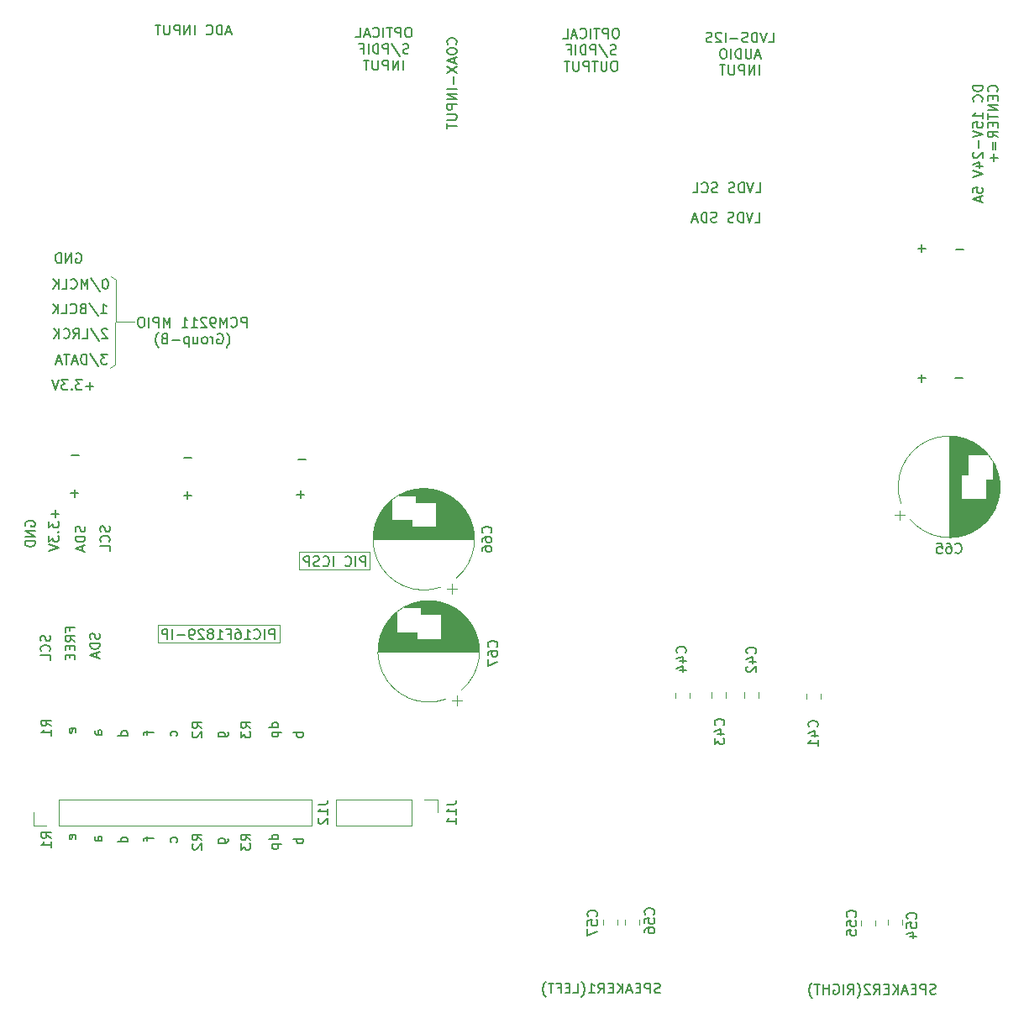
<source format=gbo>
%TF.GenerationSoftware,KiCad,Pcbnew,(5.1.6-0-10_14)*%
%TF.CreationDate,2020-07-11T00:20:46+09:00*%
%TF.ProjectId,TAS6422AMP,54415336-3432-4324-914d-502e6b696361,rev?*%
%TF.SameCoordinates,Original*%
%TF.FileFunction,Legend,Bot*%
%TF.FilePolarity,Positive*%
%FSLAX46Y46*%
G04 Gerber Fmt 4.6, Leading zero omitted, Abs format (unit mm)*
G04 Created by KiCad (PCBNEW (5.1.6-0-10_14)) date 2020-07-11 00:20:46*
%MOMM*%
%LPD*%
G01*
G04 APERTURE LIST*
%ADD10C,0.150000*%
%ADD11C,0.120000*%
G04 APERTURE END LIST*
D10*
X81736891Y-115016755D02*
X81736891Y-114683421D01*
X82260700Y-114683421D02*
X81260700Y-114683421D01*
X81260700Y-115159612D01*
X82260700Y-116111993D02*
X81784510Y-115778660D01*
X82260700Y-115540564D02*
X81260700Y-115540564D01*
X81260700Y-115921517D01*
X81308320Y-116016755D01*
X81355939Y-116064374D01*
X81451177Y-116111993D01*
X81594034Y-116111993D01*
X81689272Y-116064374D01*
X81736891Y-116016755D01*
X81784510Y-115921517D01*
X81784510Y-115540564D01*
X81736891Y-116540564D02*
X81736891Y-116873898D01*
X82260700Y-117016755D02*
X82260700Y-116540564D01*
X81260700Y-116540564D01*
X81260700Y-117016755D01*
X81736891Y-117445326D02*
X81736891Y-117778660D01*
X82260700Y-117921517D02*
X82260700Y-117445326D01*
X81260700Y-117445326D01*
X81260700Y-117921517D01*
X85718281Y-104481143D02*
X85765900Y-104624000D01*
X85765900Y-104862096D01*
X85718281Y-104957334D01*
X85670662Y-105004953D01*
X85575424Y-105052572D01*
X85480186Y-105052572D01*
X85384948Y-105004953D01*
X85337329Y-104957334D01*
X85289710Y-104862096D01*
X85242091Y-104671620D01*
X85194472Y-104576381D01*
X85146853Y-104528762D01*
X85051615Y-104481143D01*
X84956377Y-104481143D01*
X84861139Y-104528762D01*
X84813520Y-104576381D01*
X84765900Y-104671620D01*
X84765900Y-104909715D01*
X84813520Y-105052572D01*
X85670662Y-106052572D02*
X85718281Y-106004953D01*
X85765900Y-105862096D01*
X85765900Y-105766858D01*
X85718281Y-105624000D01*
X85623043Y-105528762D01*
X85527805Y-105481143D01*
X85337329Y-105433524D01*
X85194472Y-105433524D01*
X85003996Y-105481143D01*
X84908758Y-105528762D01*
X84813520Y-105624000D01*
X84765900Y-105766858D01*
X84765900Y-105862096D01*
X84813520Y-106004953D01*
X84861139Y-106052572D01*
X85765900Y-106957334D02*
X85765900Y-106481143D01*
X84765900Y-106481143D01*
X83231621Y-104505594D02*
X83279240Y-104648451D01*
X83279240Y-104886546D01*
X83231621Y-104981784D01*
X83184002Y-105029403D01*
X83088764Y-105077022D01*
X82993526Y-105077022D01*
X82898288Y-105029403D01*
X82850669Y-104981784D01*
X82803050Y-104886546D01*
X82755431Y-104696070D01*
X82707812Y-104600832D01*
X82660193Y-104553213D01*
X82564955Y-104505594D01*
X82469717Y-104505594D01*
X82374479Y-104553213D01*
X82326860Y-104600832D01*
X82279240Y-104696070D01*
X82279240Y-104934165D01*
X82326860Y-105077022D01*
X83279240Y-105505594D02*
X82279240Y-105505594D01*
X82279240Y-105743689D01*
X82326860Y-105886546D01*
X82422098Y-105981784D01*
X82517336Y-106029403D01*
X82707812Y-106077022D01*
X82850669Y-106077022D01*
X83041145Y-106029403D01*
X83136383Y-105981784D01*
X83231621Y-105886546D01*
X83279240Y-105743689D01*
X83279240Y-105505594D01*
X82993526Y-106457975D02*
X82993526Y-106934165D01*
X83279240Y-106362737D02*
X82279240Y-106696070D01*
X83279240Y-107029403D01*
X80241448Y-102858820D02*
X80241448Y-103620724D01*
X80622400Y-103239772D02*
X79860496Y-103239772D01*
X79622400Y-104001677D02*
X79622400Y-104620724D01*
X80003353Y-104287391D01*
X80003353Y-104430248D01*
X80050972Y-104525486D01*
X80098591Y-104573105D01*
X80193829Y-104620724D01*
X80431924Y-104620724D01*
X80527162Y-104573105D01*
X80574781Y-104525486D01*
X80622400Y-104430248D01*
X80622400Y-104144534D01*
X80574781Y-104049296D01*
X80527162Y-104001677D01*
X80527162Y-105049296D02*
X80574781Y-105096915D01*
X80622400Y-105049296D01*
X80574781Y-105001677D01*
X80527162Y-105049296D01*
X80622400Y-105049296D01*
X79622400Y-105430248D02*
X79622400Y-106049296D01*
X80003353Y-105715962D01*
X80003353Y-105858820D01*
X80050972Y-105954058D01*
X80098591Y-106001677D01*
X80193829Y-106049296D01*
X80431924Y-106049296D01*
X80527162Y-106001677D01*
X80574781Y-105954058D01*
X80622400Y-105858820D01*
X80622400Y-105573105D01*
X80574781Y-105477867D01*
X80527162Y-105430248D01*
X79622400Y-106335010D02*
X80622400Y-106668343D01*
X79622400Y-107001677D01*
D11*
X102797460Y-114402540D02*
X90597460Y-114402540D01*
X102897460Y-116202540D02*
X102897460Y-114402540D01*
X90597460Y-116202540D02*
X102897460Y-116202540D01*
X90597460Y-114402540D02*
X90597460Y-116202540D01*
D10*
X141226031Y-151507301D02*
X141083174Y-151554920D01*
X140845079Y-151554920D01*
X140749840Y-151507301D01*
X140702221Y-151459682D01*
X140654602Y-151364444D01*
X140654602Y-151269206D01*
X140702221Y-151173968D01*
X140749840Y-151126349D01*
X140845079Y-151078730D01*
X141035555Y-151031111D01*
X141130793Y-150983492D01*
X141178412Y-150935873D01*
X141226031Y-150840635D01*
X141226031Y-150745397D01*
X141178412Y-150650159D01*
X141130793Y-150602540D01*
X141035555Y-150554920D01*
X140797460Y-150554920D01*
X140654602Y-150602540D01*
X140226031Y-151554920D02*
X140226031Y-150554920D01*
X139845079Y-150554920D01*
X139749840Y-150602540D01*
X139702221Y-150650159D01*
X139654602Y-150745397D01*
X139654602Y-150888254D01*
X139702221Y-150983492D01*
X139749840Y-151031111D01*
X139845079Y-151078730D01*
X140226031Y-151078730D01*
X139226031Y-151031111D02*
X138892698Y-151031111D01*
X138749840Y-151554920D02*
X139226031Y-151554920D01*
X139226031Y-150554920D01*
X138749840Y-150554920D01*
X138368888Y-151269206D02*
X137892698Y-151269206D01*
X138464126Y-151554920D02*
X138130793Y-150554920D01*
X137797460Y-151554920D01*
X137464126Y-151554920D02*
X137464126Y-150554920D01*
X136892698Y-151554920D02*
X137321269Y-150983492D01*
X136892698Y-150554920D02*
X137464126Y-151126349D01*
X136464126Y-151031111D02*
X136130793Y-151031111D01*
X135987936Y-151554920D02*
X136464126Y-151554920D01*
X136464126Y-150554920D01*
X135987936Y-150554920D01*
X134987936Y-151554920D02*
X135321269Y-151078730D01*
X135559364Y-151554920D02*
X135559364Y-150554920D01*
X135178412Y-150554920D01*
X135083174Y-150602540D01*
X135035555Y-150650159D01*
X134987936Y-150745397D01*
X134987936Y-150888254D01*
X135035555Y-150983492D01*
X135083174Y-151031111D01*
X135178412Y-151078730D01*
X135559364Y-151078730D01*
X134035555Y-151554920D02*
X134606983Y-151554920D01*
X134321269Y-151554920D02*
X134321269Y-150554920D01*
X134416507Y-150697778D01*
X134511745Y-150793016D01*
X134606983Y-150840635D01*
X133321269Y-151935873D02*
X133368888Y-151888254D01*
X133464126Y-151745397D01*
X133511745Y-151650159D01*
X133559364Y-151507301D01*
X133606983Y-151269206D01*
X133606983Y-151078730D01*
X133559364Y-150840635D01*
X133511745Y-150697778D01*
X133464126Y-150602540D01*
X133368888Y-150459682D01*
X133321269Y-150412063D01*
X132464126Y-151554920D02*
X132940317Y-151554920D01*
X132940317Y-150554920D01*
X132130793Y-151031111D02*
X131797460Y-151031111D01*
X131654602Y-151554920D02*
X132130793Y-151554920D01*
X132130793Y-150554920D01*
X131654602Y-150554920D01*
X130892698Y-151031111D02*
X131226031Y-151031111D01*
X131226031Y-151554920D02*
X131226031Y-150554920D01*
X130749840Y-150554920D01*
X130511745Y-150554920D02*
X129940317Y-150554920D01*
X130226031Y-151554920D02*
X130226031Y-150554920D01*
X129702221Y-151935873D02*
X129654602Y-151888254D01*
X129559364Y-151745397D01*
X129511745Y-151650159D01*
X129464126Y-151507301D01*
X129416507Y-151269206D01*
X129416507Y-151078730D01*
X129464126Y-150840635D01*
X129511745Y-150697778D01*
X129559364Y-150602540D01*
X129654602Y-150459682D01*
X129702221Y-150412063D01*
X169002221Y-151607301D02*
X168859364Y-151654920D01*
X168621269Y-151654920D01*
X168526031Y-151607301D01*
X168478412Y-151559682D01*
X168430793Y-151464444D01*
X168430793Y-151369206D01*
X168478412Y-151273968D01*
X168526031Y-151226349D01*
X168621269Y-151178730D01*
X168811745Y-151131111D01*
X168906983Y-151083492D01*
X168954602Y-151035873D01*
X169002221Y-150940635D01*
X169002221Y-150845397D01*
X168954602Y-150750159D01*
X168906983Y-150702540D01*
X168811745Y-150654920D01*
X168573650Y-150654920D01*
X168430793Y-150702540D01*
X168002221Y-151654920D02*
X168002221Y-150654920D01*
X167621269Y-150654920D01*
X167526031Y-150702540D01*
X167478412Y-150750159D01*
X167430793Y-150845397D01*
X167430793Y-150988254D01*
X167478412Y-151083492D01*
X167526031Y-151131111D01*
X167621269Y-151178730D01*
X168002221Y-151178730D01*
X167002221Y-151131111D02*
X166668888Y-151131111D01*
X166526031Y-151654920D02*
X167002221Y-151654920D01*
X167002221Y-150654920D01*
X166526031Y-150654920D01*
X166145079Y-151369206D02*
X165668888Y-151369206D01*
X166240317Y-151654920D02*
X165906983Y-150654920D01*
X165573650Y-151654920D01*
X165240317Y-151654920D02*
X165240317Y-150654920D01*
X164668888Y-151654920D02*
X165097460Y-151083492D01*
X164668888Y-150654920D02*
X165240317Y-151226349D01*
X164240317Y-151131111D02*
X163906983Y-151131111D01*
X163764126Y-151654920D02*
X164240317Y-151654920D01*
X164240317Y-150654920D01*
X163764126Y-150654920D01*
X162764126Y-151654920D02*
X163097460Y-151178730D01*
X163335555Y-151654920D02*
X163335555Y-150654920D01*
X162954602Y-150654920D01*
X162859364Y-150702540D01*
X162811745Y-150750159D01*
X162764126Y-150845397D01*
X162764126Y-150988254D01*
X162811745Y-151083492D01*
X162859364Y-151131111D01*
X162954602Y-151178730D01*
X163335555Y-151178730D01*
X162383174Y-150750159D02*
X162335555Y-150702540D01*
X162240317Y-150654920D01*
X162002221Y-150654920D01*
X161906983Y-150702540D01*
X161859364Y-150750159D01*
X161811745Y-150845397D01*
X161811745Y-150940635D01*
X161859364Y-151083492D01*
X162430793Y-151654920D01*
X161811745Y-151654920D01*
X161097460Y-152035873D02*
X161145079Y-151988254D01*
X161240317Y-151845397D01*
X161287936Y-151750159D01*
X161335555Y-151607301D01*
X161383174Y-151369206D01*
X161383174Y-151178730D01*
X161335555Y-150940635D01*
X161287936Y-150797778D01*
X161240317Y-150702540D01*
X161145079Y-150559682D01*
X161097460Y-150512063D01*
X160145079Y-151654920D02*
X160478412Y-151178730D01*
X160716507Y-151654920D02*
X160716507Y-150654920D01*
X160335555Y-150654920D01*
X160240317Y-150702540D01*
X160192698Y-150750159D01*
X160145079Y-150845397D01*
X160145079Y-150988254D01*
X160192698Y-151083492D01*
X160240317Y-151131111D01*
X160335555Y-151178730D01*
X160716507Y-151178730D01*
X159716507Y-151654920D02*
X159716507Y-150654920D01*
X158716507Y-150702540D02*
X158811745Y-150654920D01*
X158954602Y-150654920D01*
X159097460Y-150702540D01*
X159192698Y-150797778D01*
X159240317Y-150893016D01*
X159287936Y-151083492D01*
X159287936Y-151226349D01*
X159240317Y-151416825D01*
X159192698Y-151512063D01*
X159097460Y-151607301D01*
X158954602Y-151654920D01*
X158859364Y-151654920D01*
X158716507Y-151607301D01*
X158668888Y-151559682D01*
X158668888Y-151226349D01*
X158859364Y-151226349D01*
X158240317Y-151654920D02*
X158240317Y-150654920D01*
X158240317Y-151131111D02*
X157668888Y-151131111D01*
X157668888Y-151654920D02*
X157668888Y-150654920D01*
X157335555Y-150654920D02*
X156764126Y-150654920D01*
X157049840Y-151654920D02*
X157049840Y-150654920D01*
X156526031Y-152035873D02*
X156478412Y-151988254D01*
X156383174Y-151845397D01*
X156335555Y-151750159D01*
X156287936Y-151607301D01*
X156240317Y-151369206D01*
X156240317Y-151178730D01*
X156287936Y-150940635D01*
X156335555Y-150797778D01*
X156383174Y-150702540D01*
X156478412Y-150559682D01*
X156526031Y-150512063D01*
X150778412Y-73854920D02*
X151254602Y-73854920D01*
X151254602Y-72854920D01*
X150587936Y-72854920D02*
X150254602Y-73854920D01*
X149921269Y-72854920D01*
X149587936Y-73854920D02*
X149587936Y-72854920D01*
X149349840Y-72854920D01*
X149206983Y-72902540D01*
X149111745Y-72997778D01*
X149064126Y-73093016D01*
X149016507Y-73283492D01*
X149016507Y-73426349D01*
X149064126Y-73616825D01*
X149111745Y-73712063D01*
X149206983Y-73807301D01*
X149349840Y-73854920D01*
X149587936Y-73854920D01*
X148635555Y-73807301D02*
X148492698Y-73854920D01*
X148254602Y-73854920D01*
X148159364Y-73807301D01*
X148111745Y-73759682D01*
X148064126Y-73664444D01*
X148064126Y-73569206D01*
X148111745Y-73473968D01*
X148159364Y-73426349D01*
X148254602Y-73378730D01*
X148445079Y-73331111D01*
X148540317Y-73283492D01*
X148587936Y-73235873D01*
X148635555Y-73140635D01*
X148635555Y-73045397D01*
X148587936Y-72950159D01*
X148540317Y-72902540D01*
X148445079Y-72854920D01*
X148206983Y-72854920D01*
X148064126Y-72902540D01*
X146921269Y-73807301D02*
X146778412Y-73854920D01*
X146540317Y-73854920D01*
X146445079Y-73807301D01*
X146397460Y-73759682D01*
X146349840Y-73664444D01*
X146349840Y-73569206D01*
X146397460Y-73473968D01*
X146445079Y-73426349D01*
X146540317Y-73378730D01*
X146730793Y-73331111D01*
X146826031Y-73283492D01*
X146873650Y-73235873D01*
X146921269Y-73140635D01*
X146921269Y-73045397D01*
X146873650Y-72950159D01*
X146826031Y-72902540D01*
X146730793Y-72854920D01*
X146492698Y-72854920D01*
X146349840Y-72902540D01*
X145921269Y-73854920D02*
X145921269Y-72854920D01*
X145683174Y-72854920D01*
X145540317Y-72902540D01*
X145445079Y-72997778D01*
X145397460Y-73093016D01*
X145349840Y-73283492D01*
X145349840Y-73426349D01*
X145397460Y-73616825D01*
X145445079Y-73712063D01*
X145540317Y-73807301D01*
X145683174Y-73854920D01*
X145921269Y-73854920D01*
X144968888Y-73569206D02*
X144492698Y-73569206D01*
X145064126Y-73854920D02*
X144730793Y-72854920D01*
X144397460Y-73854920D01*
X150854602Y-70854920D02*
X151330793Y-70854920D01*
X151330793Y-69854920D01*
X150664126Y-69854920D02*
X150330793Y-70854920D01*
X149997460Y-69854920D01*
X149664126Y-70854920D02*
X149664126Y-69854920D01*
X149426031Y-69854920D01*
X149283174Y-69902540D01*
X149187936Y-69997778D01*
X149140317Y-70093016D01*
X149092698Y-70283492D01*
X149092698Y-70426349D01*
X149140317Y-70616825D01*
X149187936Y-70712063D01*
X149283174Y-70807301D01*
X149426031Y-70854920D01*
X149664126Y-70854920D01*
X148711745Y-70807301D02*
X148568888Y-70854920D01*
X148330793Y-70854920D01*
X148235555Y-70807301D01*
X148187936Y-70759682D01*
X148140317Y-70664444D01*
X148140317Y-70569206D01*
X148187936Y-70473968D01*
X148235555Y-70426349D01*
X148330793Y-70378730D01*
X148521269Y-70331111D01*
X148616507Y-70283492D01*
X148664126Y-70235873D01*
X148711745Y-70140635D01*
X148711745Y-70045397D01*
X148664126Y-69950159D01*
X148616507Y-69902540D01*
X148521269Y-69854920D01*
X148283174Y-69854920D01*
X148140317Y-69902540D01*
X146997460Y-70807301D02*
X146854602Y-70854920D01*
X146616507Y-70854920D01*
X146521269Y-70807301D01*
X146473650Y-70759682D01*
X146426031Y-70664444D01*
X146426031Y-70569206D01*
X146473650Y-70473968D01*
X146521269Y-70426349D01*
X146616507Y-70378730D01*
X146806983Y-70331111D01*
X146902221Y-70283492D01*
X146949840Y-70235873D01*
X146997460Y-70140635D01*
X146997460Y-70045397D01*
X146949840Y-69950159D01*
X146902221Y-69902540D01*
X146806983Y-69854920D01*
X146568888Y-69854920D01*
X146426031Y-69902540D01*
X145426031Y-70759682D02*
X145473650Y-70807301D01*
X145616507Y-70854920D01*
X145711745Y-70854920D01*
X145854602Y-70807301D01*
X145949840Y-70712063D01*
X145997460Y-70616825D01*
X146045079Y-70426349D01*
X146045079Y-70283492D01*
X145997460Y-70093016D01*
X145949840Y-69997778D01*
X145854602Y-69902540D01*
X145711745Y-69854920D01*
X145616507Y-69854920D01*
X145473650Y-69902540D01*
X145426031Y-69950159D01*
X144521269Y-70854920D02*
X144997460Y-70854920D01*
X144997460Y-69854920D01*
X102340317Y-115854920D02*
X102340317Y-114854920D01*
X101959364Y-114854920D01*
X101864126Y-114902540D01*
X101816507Y-114950159D01*
X101768888Y-115045397D01*
X101768888Y-115188254D01*
X101816507Y-115283492D01*
X101864126Y-115331111D01*
X101959364Y-115378730D01*
X102340317Y-115378730D01*
X101340317Y-115854920D02*
X101340317Y-114854920D01*
X100292698Y-115759682D02*
X100340317Y-115807301D01*
X100483174Y-115854920D01*
X100578412Y-115854920D01*
X100721269Y-115807301D01*
X100816507Y-115712063D01*
X100864126Y-115616825D01*
X100911745Y-115426349D01*
X100911745Y-115283492D01*
X100864126Y-115093016D01*
X100816507Y-114997778D01*
X100721269Y-114902540D01*
X100578412Y-114854920D01*
X100483174Y-114854920D01*
X100340317Y-114902540D01*
X100292698Y-114950159D01*
X99340317Y-115854920D02*
X99911745Y-115854920D01*
X99626031Y-115854920D02*
X99626031Y-114854920D01*
X99721269Y-114997778D01*
X99816507Y-115093016D01*
X99911745Y-115140635D01*
X98483174Y-114854920D02*
X98673650Y-114854920D01*
X98768888Y-114902540D01*
X98816507Y-114950159D01*
X98911745Y-115093016D01*
X98959364Y-115283492D01*
X98959364Y-115664444D01*
X98911745Y-115759682D01*
X98864126Y-115807301D01*
X98768888Y-115854920D01*
X98578412Y-115854920D01*
X98483174Y-115807301D01*
X98435555Y-115759682D01*
X98387936Y-115664444D01*
X98387936Y-115426349D01*
X98435555Y-115331111D01*
X98483174Y-115283492D01*
X98578412Y-115235873D01*
X98768888Y-115235873D01*
X98864126Y-115283492D01*
X98911745Y-115331111D01*
X98959364Y-115426349D01*
X97626031Y-115331111D02*
X97959364Y-115331111D01*
X97959364Y-115854920D02*
X97959364Y-114854920D01*
X97483174Y-114854920D01*
X96578412Y-115854920D02*
X97149840Y-115854920D01*
X96864126Y-115854920D02*
X96864126Y-114854920D01*
X96959364Y-114997778D01*
X97054602Y-115093016D01*
X97149840Y-115140635D01*
X96006983Y-115283492D02*
X96102221Y-115235873D01*
X96149840Y-115188254D01*
X96197460Y-115093016D01*
X96197460Y-115045397D01*
X96149840Y-114950159D01*
X96102221Y-114902540D01*
X96006983Y-114854920D01*
X95816507Y-114854920D01*
X95721269Y-114902540D01*
X95673650Y-114950159D01*
X95626031Y-115045397D01*
X95626031Y-115093016D01*
X95673650Y-115188254D01*
X95721269Y-115235873D01*
X95816507Y-115283492D01*
X96006983Y-115283492D01*
X96102221Y-115331111D01*
X96149840Y-115378730D01*
X96197460Y-115473968D01*
X96197460Y-115664444D01*
X96149840Y-115759682D01*
X96102221Y-115807301D01*
X96006983Y-115854920D01*
X95816507Y-115854920D01*
X95721269Y-115807301D01*
X95673650Y-115759682D01*
X95626031Y-115664444D01*
X95626031Y-115473968D01*
X95673650Y-115378730D01*
X95721269Y-115331111D01*
X95816507Y-115283492D01*
X95245079Y-114950159D02*
X95197460Y-114902540D01*
X95102221Y-114854920D01*
X94864126Y-114854920D01*
X94768888Y-114902540D01*
X94721269Y-114950159D01*
X94673650Y-115045397D01*
X94673650Y-115140635D01*
X94721269Y-115283492D01*
X95292698Y-115854920D01*
X94673650Y-115854920D01*
X94197460Y-115854920D02*
X94006983Y-115854920D01*
X93911745Y-115807301D01*
X93864126Y-115759682D01*
X93768888Y-115616825D01*
X93721269Y-115426349D01*
X93721269Y-115045397D01*
X93768888Y-114950159D01*
X93816507Y-114902540D01*
X93911745Y-114854920D01*
X94102221Y-114854920D01*
X94197460Y-114902540D01*
X94245079Y-114950159D01*
X94292698Y-115045397D01*
X94292698Y-115283492D01*
X94245079Y-115378730D01*
X94197460Y-115426349D01*
X94102221Y-115473968D01*
X93911745Y-115473968D01*
X93816507Y-115426349D01*
X93768888Y-115378730D01*
X93721269Y-115283492D01*
X93292698Y-115473968D02*
X92530793Y-115473968D01*
X92054602Y-115854920D02*
X92054602Y-114854920D01*
X91578412Y-115854920D02*
X91578412Y-114854920D01*
X91197459Y-114854920D01*
X91102221Y-114902540D01*
X91054602Y-114950159D01*
X91006983Y-115045397D01*
X91006983Y-115188254D01*
X91054602Y-115283492D01*
X91102221Y-115331111D01*
X91197459Y-115378730D01*
X91578412Y-115378730D01*
X79849840Y-124635873D02*
X79373650Y-124302540D01*
X79849840Y-124064444D02*
X78849840Y-124064444D01*
X78849840Y-124445397D01*
X78897460Y-124540635D01*
X78945079Y-124588254D01*
X79040317Y-124635873D01*
X79183174Y-124635873D01*
X79278412Y-124588254D01*
X79326031Y-124540635D01*
X79373650Y-124445397D01*
X79373650Y-124064444D01*
X79849840Y-125588254D02*
X79849840Y-125016825D01*
X79849840Y-125302540D02*
X78849840Y-125302540D01*
X78992698Y-125207301D01*
X79087936Y-125112063D01*
X79135555Y-125016825D01*
X102749840Y-124764444D02*
X101749840Y-124764444D01*
X102702221Y-124764444D02*
X102749840Y-124669206D01*
X102749840Y-124478730D01*
X102702221Y-124383492D01*
X102654602Y-124335873D01*
X102559364Y-124288254D01*
X102273650Y-124288254D01*
X102178412Y-124335873D01*
X102130793Y-124383492D01*
X102083174Y-124478730D01*
X102083174Y-124669206D01*
X102130793Y-124764444D01*
X102083174Y-125240635D02*
X103083174Y-125240635D01*
X102130793Y-125240635D02*
X102083174Y-125335873D01*
X102083174Y-125526349D01*
X102130793Y-125621587D01*
X102178412Y-125669206D01*
X102273650Y-125716825D01*
X102559364Y-125716825D01*
X102654602Y-125669206D01*
X102702221Y-125621587D01*
X102749840Y-125526349D01*
X102749840Y-125335873D01*
X102702221Y-125240635D01*
X95049840Y-124835873D02*
X94573650Y-124502540D01*
X95049840Y-124264444D02*
X94049840Y-124264444D01*
X94049840Y-124645397D01*
X94097460Y-124740635D01*
X94145079Y-124788254D01*
X94240317Y-124835873D01*
X94383174Y-124835873D01*
X94478412Y-124788254D01*
X94526031Y-124740635D01*
X94573650Y-124645397D01*
X94573650Y-124264444D01*
X94145079Y-125216825D02*
X94097460Y-125264444D01*
X94049840Y-125359682D01*
X94049840Y-125597778D01*
X94097460Y-125693016D01*
X94145079Y-125740635D01*
X94240317Y-125788254D01*
X94335555Y-125788254D01*
X94478412Y-125740635D01*
X95049840Y-125169206D01*
X95049840Y-125788254D01*
X92502221Y-125640635D02*
X92549840Y-125545397D01*
X92549840Y-125354920D01*
X92502221Y-125259682D01*
X92454602Y-125212063D01*
X92359364Y-125164444D01*
X92073650Y-125164444D01*
X91978412Y-125212063D01*
X91930793Y-125259682D01*
X91883174Y-125354920D01*
X91883174Y-125545397D01*
X91930793Y-125640635D01*
X87549840Y-125616825D02*
X86549840Y-125616825D01*
X87502221Y-125616825D02*
X87549840Y-125521587D01*
X87549840Y-125331111D01*
X87502221Y-125235873D01*
X87454602Y-125188254D01*
X87359364Y-125140635D01*
X87073650Y-125140635D01*
X86978412Y-125188254D01*
X86930793Y-125235873D01*
X86883174Y-125331111D01*
X86883174Y-125521587D01*
X86930793Y-125616825D01*
X105249840Y-125288254D02*
X104249840Y-125288254D01*
X104630793Y-125288254D02*
X104583174Y-125383492D01*
X104583174Y-125573968D01*
X104630793Y-125669206D01*
X104678412Y-125716825D01*
X104773650Y-125764444D01*
X105059364Y-125764444D01*
X105154602Y-125716825D01*
X105202221Y-125669206D01*
X105249840Y-125573968D01*
X105249840Y-125383492D01*
X105202221Y-125288254D01*
X99949840Y-124835873D02*
X99473650Y-124502540D01*
X99949840Y-124264444D02*
X98949840Y-124264444D01*
X98949840Y-124645397D01*
X98997460Y-124740635D01*
X99045079Y-124788254D01*
X99140317Y-124835873D01*
X99283174Y-124835873D01*
X99378412Y-124788254D01*
X99426031Y-124740635D01*
X99473650Y-124645397D01*
X99473650Y-124264444D01*
X98949840Y-125169206D02*
X98949840Y-125788254D01*
X99330793Y-125454920D01*
X99330793Y-125597778D01*
X99378412Y-125693016D01*
X99426031Y-125740635D01*
X99521269Y-125788254D01*
X99759364Y-125788254D01*
X99854602Y-125740635D01*
X99902221Y-125693016D01*
X99949840Y-125597778D01*
X99949840Y-125312063D01*
X99902221Y-125216825D01*
X99854602Y-125169206D01*
X84949840Y-125516825D02*
X84426031Y-125516825D01*
X84330793Y-125469206D01*
X84283174Y-125373968D01*
X84283174Y-125183492D01*
X84330793Y-125088254D01*
X84902221Y-125516825D02*
X84949840Y-125421587D01*
X84949840Y-125183492D01*
X84902221Y-125088254D01*
X84806983Y-125040635D01*
X84711745Y-125040635D01*
X84616507Y-125088254D01*
X84568888Y-125183492D01*
X84568888Y-125421587D01*
X84521269Y-125516825D01*
X89483174Y-125112063D02*
X89483174Y-125493016D01*
X90149840Y-125254920D02*
X89292698Y-125254920D01*
X89197460Y-125302540D01*
X89149840Y-125397778D01*
X89149840Y-125493016D01*
X96683174Y-125716825D02*
X97492698Y-125716825D01*
X97587936Y-125669206D01*
X97635555Y-125621587D01*
X97683174Y-125526349D01*
X97683174Y-125383492D01*
X97635555Y-125288254D01*
X97302221Y-125716825D02*
X97349840Y-125621587D01*
X97349840Y-125431111D01*
X97302221Y-125335873D01*
X97254602Y-125288254D01*
X97159364Y-125240635D01*
X96873650Y-125240635D01*
X96778412Y-125288254D01*
X96730793Y-125335873D01*
X96683174Y-125431111D01*
X96683174Y-125621587D01*
X96730793Y-125716825D01*
X82302221Y-125293016D02*
X82349840Y-125197778D01*
X82349840Y-125007301D01*
X82302221Y-124912063D01*
X82206983Y-124864444D01*
X81826031Y-124864444D01*
X81730793Y-124912063D01*
X81683174Y-125007301D01*
X81683174Y-125197778D01*
X81730793Y-125293016D01*
X81826031Y-125340635D01*
X81921269Y-125340635D01*
X82016507Y-124864444D01*
X79849840Y-135935873D02*
X79373650Y-135602540D01*
X79849840Y-135364444D02*
X78849840Y-135364444D01*
X78849840Y-135745397D01*
X78897460Y-135840635D01*
X78945079Y-135888254D01*
X79040317Y-135935873D01*
X79183174Y-135935873D01*
X79278412Y-135888254D01*
X79326031Y-135840635D01*
X79373650Y-135745397D01*
X79373650Y-135364444D01*
X79849840Y-136888254D02*
X79849840Y-136316825D01*
X79849840Y-136602540D02*
X78849840Y-136602540D01*
X78992698Y-136507301D01*
X79087936Y-136412063D01*
X79135555Y-136316825D01*
X82302221Y-135993016D02*
X82349840Y-135897778D01*
X82349840Y-135707301D01*
X82302221Y-135612063D01*
X82206983Y-135564444D01*
X81826031Y-135564444D01*
X81730793Y-135612063D01*
X81683174Y-135707301D01*
X81683174Y-135897778D01*
X81730793Y-135993016D01*
X81826031Y-136040635D01*
X81921269Y-136040635D01*
X82016507Y-135564444D01*
X84949840Y-136216825D02*
X84426031Y-136216825D01*
X84330793Y-136169206D01*
X84283174Y-136073968D01*
X84283174Y-135883492D01*
X84330793Y-135788254D01*
X84902221Y-136216825D02*
X84949840Y-136121587D01*
X84949840Y-135883492D01*
X84902221Y-135788254D01*
X84806983Y-135740635D01*
X84711745Y-135740635D01*
X84616507Y-135788254D01*
X84568888Y-135883492D01*
X84568888Y-136121587D01*
X84521269Y-136216825D01*
X87549840Y-136316825D02*
X86549840Y-136316825D01*
X87502221Y-136316825D02*
X87549840Y-136221587D01*
X87549840Y-136031111D01*
X87502221Y-135935873D01*
X87454602Y-135888254D01*
X87359364Y-135840635D01*
X87073650Y-135840635D01*
X86978412Y-135888254D01*
X86930793Y-135935873D01*
X86883174Y-136031111D01*
X86883174Y-136221587D01*
X86930793Y-136316825D01*
X89483174Y-135812063D02*
X89483174Y-136193016D01*
X90149840Y-135954920D02*
X89292698Y-135954920D01*
X89197460Y-136002540D01*
X89149840Y-136097778D01*
X89149840Y-136193016D01*
X92502221Y-136340635D02*
X92549840Y-136245397D01*
X92549840Y-136054920D01*
X92502221Y-135959682D01*
X92454602Y-135912063D01*
X92359364Y-135864444D01*
X92073650Y-135864444D01*
X91978412Y-135912063D01*
X91930793Y-135959682D01*
X91883174Y-136054920D01*
X91883174Y-136245397D01*
X91930793Y-136340635D01*
X95049840Y-136135873D02*
X94573650Y-135802540D01*
X95049840Y-135564444D02*
X94049840Y-135564444D01*
X94049840Y-135945397D01*
X94097460Y-136040635D01*
X94145079Y-136088254D01*
X94240317Y-136135873D01*
X94383174Y-136135873D01*
X94478412Y-136088254D01*
X94526031Y-136040635D01*
X94573650Y-135945397D01*
X94573650Y-135564444D01*
X94145079Y-136516825D02*
X94097460Y-136564444D01*
X94049840Y-136659682D01*
X94049840Y-136897778D01*
X94097460Y-136993016D01*
X94145079Y-137040635D01*
X94240317Y-137088254D01*
X94335555Y-137088254D01*
X94478412Y-137040635D01*
X95049840Y-136469206D01*
X95049840Y-137088254D01*
X96683174Y-136416825D02*
X97492698Y-136416825D01*
X97587936Y-136369206D01*
X97635555Y-136321587D01*
X97683174Y-136226349D01*
X97683174Y-136083492D01*
X97635555Y-135988254D01*
X97302221Y-136416825D02*
X97349840Y-136321587D01*
X97349840Y-136131111D01*
X97302221Y-136035873D01*
X97254602Y-135988254D01*
X97159364Y-135940635D01*
X96873650Y-135940635D01*
X96778412Y-135988254D01*
X96730793Y-136035873D01*
X96683174Y-136131111D01*
X96683174Y-136321587D01*
X96730793Y-136416825D01*
X99949840Y-136135873D02*
X99473650Y-135802540D01*
X99949840Y-135564444D02*
X98949840Y-135564444D01*
X98949840Y-135945397D01*
X98997460Y-136040635D01*
X99045079Y-136088254D01*
X99140317Y-136135873D01*
X99283174Y-136135873D01*
X99378412Y-136088254D01*
X99426031Y-136040635D01*
X99473650Y-135945397D01*
X99473650Y-135564444D01*
X98949840Y-136469206D02*
X98949840Y-137088254D01*
X99330793Y-136754920D01*
X99330793Y-136897778D01*
X99378412Y-136993016D01*
X99426031Y-137040635D01*
X99521269Y-137088254D01*
X99759364Y-137088254D01*
X99854602Y-137040635D01*
X99902221Y-136993016D01*
X99949840Y-136897778D01*
X99949840Y-136612063D01*
X99902221Y-136516825D01*
X99854602Y-136469206D01*
X102749840Y-136064444D02*
X101749840Y-136064444D01*
X102702221Y-136064444D02*
X102749840Y-135969206D01*
X102749840Y-135778730D01*
X102702221Y-135683492D01*
X102654602Y-135635873D01*
X102559364Y-135588254D01*
X102273650Y-135588254D01*
X102178412Y-135635873D01*
X102130793Y-135683492D01*
X102083174Y-135778730D01*
X102083174Y-135969206D01*
X102130793Y-136064444D01*
X102083174Y-136540635D02*
X103083174Y-136540635D01*
X102130793Y-136540635D02*
X102083174Y-136635873D01*
X102083174Y-136826349D01*
X102130793Y-136921587D01*
X102178412Y-136969206D01*
X102273650Y-137016825D01*
X102559364Y-137016825D01*
X102654602Y-136969206D01*
X102702221Y-136921587D01*
X102749840Y-136826349D01*
X102749840Y-136635873D01*
X102702221Y-136540635D01*
X105249840Y-135988254D02*
X104249840Y-135988254D01*
X104630793Y-135988254D02*
X104583174Y-136083492D01*
X104583174Y-136273968D01*
X104630793Y-136369206D01*
X104678412Y-136416825D01*
X104773650Y-136464444D01*
X105059364Y-136464444D01*
X105154602Y-136416825D01*
X105202221Y-136369206D01*
X105249840Y-136273968D01*
X105249840Y-136083492D01*
X105202221Y-135988254D01*
X77272260Y-104467755D02*
X77224640Y-104372517D01*
X77224640Y-104229660D01*
X77272260Y-104086802D01*
X77367498Y-103991564D01*
X77462736Y-103943945D01*
X77653212Y-103896326D01*
X77796069Y-103896326D01*
X77986545Y-103943945D01*
X78081783Y-103991564D01*
X78177021Y-104086802D01*
X78224640Y-104229660D01*
X78224640Y-104324898D01*
X78177021Y-104467755D01*
X78129402Y-104515374D01*
X77796069Y-104515374D01*
X77796069Y-104324898D01*
X78224640Y-104943945D02*
X77224640Y-104943945D01*
X78224640Y-105515374D01*
X77224640Y-105515374D01*
X78224640Y-105991564D02*
X77224640Y-105991564D01*
X77224640Y-106229660D01*
X77272260Y-106372517D01*
X77367498Y-106467755D01*
X77462736Y-106515374D01*
X77653212Y-106562993D01*
X77796069Y-106562993D01*
X77986545Y-106515374D01*
X78081783Y-106467755D01*
X78177021Y-106372517D01*
X78224640Y-106229660D01*
X78224640Y-105991564D01*
X84702221Y-115288254D02*
X84749840Y-115431111D01*
X84749840Y-115669206D01*
X84702221Y-115764444D01*
X84654602Y-115812063D01*
X84559364Y-115859682D01*
X84464126Y-115859682D01*
X84368888Y-115812063D01*
X84321269Y-115764444D01*
X84273650Y-115669206D01*
X84226031Y-115478730D01*
X84178412Y-115383492D01*
X84130793Y-115335873D01*
X84035555Y-115288254D01*
X83940317Y-115288254D01*
X83845079Y-115335873D01*
X83797460Y-115383492D01*
X83749840Y-115478730D01*
X83749840Y-115716825D01*
X83797460Y-115859682D01*
X84749840Y-116288254D02*
X83749840Y-116288254D01*
X83749840Y-116526349D01*
X83797460Y-116669206D01*
X83892698Y-116764444D01*
X83987936Y-116812063D01*
X84178412Y-116859682D01*
X84321269Y-116859682D01*
X84511745Y-116812063D01*
X84606983Y-116764444D01*
X84702221Y-116669206D01*
X84749840Y-116526349D01*
X84749840Y-116288254D01*
X84464126Y-117240635D02*
X84464126Y-117716825D01*
X84749840Y-117145397D02*
X83749840Y-117478730D01*
X84749840Y-117812063D01*
X79702221Y-115512063D02*
X79749840Y-115654920D01*
X79749840Y-115893016D01*
X79702221Y-115988254D01*
X79654602Y-116035873D01*
X79559364Y-116083492D01*
X79464126Y-116083492D01*
X79368888Y-116035873D01*
X79321269Y-115988254D01*
X79273650Y-115893016D01*
X79226031Y-115702540D01*
X79178412Y-115607301D01*
X79130793Y-115559682D01*
X79035555Y-115512063D01*
X78940317Y-115512063D01*
X78845079Y-115559682D01*
X78797460Y-115607301D01*
X78749840Y-115702540D01*
X78749840Y-115940635D01*
X78797460Y-116083492D01*
X79654602Y-117083492D02*
X79702221Y-117035873D01*
X79749840Y-116893016D01*
X79749840Y-116797778D01*
X79702221Y-116654920D01*
X79606983Y-116559682D01*
X79511745Y-116512063D01*
X79321269Y-116464444D01*
X79178412Y-116464444D01*
X78987936Y-116512063D01*
X78892698Y-116559682D01*
X78797460Y-116654920D01*
X78749840Y-116797778D01*
X78749840Y-116893016D01*
X78797460Y-117035873D01*
X78845079Y-117083492D01*
X79749840Y-117988254D02*
X79749840Y-117512063D01*
X78749840Y-117512063D01*
X99549840Y-84429920D02*
X99549840Y-83429920D01*
X99168888Y-83429920D01*
X99073650Y-83477540D01*
X99026031Y-83525159D01*
X98978412Y-83620397D01*
X98978412Y-83763254D01*
X99026031Y-83858492D01*
X99073650Y-83906111D01*
X99168888Y-83953730D01*
X99549840Y-83953730D01*
X97978412Y-84334682D02*
X98026031Y-84382301D01*
X98168888Y-84429920D01*
X98264126Y-84429920D01*
X98406983Y-84382301D01*
X98502221Y-84287063D01*
X98549840Y-84191825D01*
X98597460Y-84001349D01*
X98597460Y-83858492D01*
X98549840Y-83668016D01*
X98502221Y-83572778D01*
X98406983Y-83477540D01*
X98264126Y-83429920D01*
X98168888Y-83429920D01*
X98026031Y-83477540D01*
X97978412Y-83525159D01*
X97549840Y-84429920D02*
X97549840Y-83429920D01*
X97216507Y-84144206D01*
X96883174Y-83429920D01*
X96883174Y-84429920D01*
X96359364Y-84429920D02*
X96168888Y-84429920D01*
X96073650Y-84382301D01*
X96026031Y-84334682D01*
X95930793Y-84191825D01*
X95883174Y-84001349D01*
X95883174Y-83620397D01*
X95930793Y-83525159D01*
X95978412Y-83477540D01*
X96073650Y-83429920D01*
X96264126Y-83429920D01*
X96359364Y-83477540D01*
X96406983Y-83525159D01*
X96454602Y-83620397D01*
X96454602Y-83858492D01*
X96406983Y-83953730D01*
X96359364Y-84001349D01*
X96264126Y-84048968D01*
X96073650Y-84048968D01*
X95978412Y-84001349D01*
X95930793Y-83953730D01*
X95883174Y-83858492D01*
X95502221Y-83525159D02*
X95454602Y-83477540D01*
X95359364Y-83429920D01*
X95121269Y-83429920D01*
X95026031Y-83477540D01*
X94978412Y-83525159D01*
X94930793Y-83620397D01*
X94930793Y-83715635D01*
X94978412Y-83858492D01*
X95549840Y-84429920D01*
X94930793Y-84429920D01*
X93978412Y-84429920D02*
X94549840Y-84429920D01*
X94264126Y-84429920D02*
X94264126Y-83429920D01*
X94359364Y-83572778D01*
X94454602Y-83668016D01*
X94549840Y-83715635D01*
X93026031Y-84429920D02*
X93597460Y-84429920D01*
X93311745Y-84429920D02*
X93311745Y-83429920D01*
X93406983Y-83572778D01*
X93502221Y-83668016D01*
X93597460Y-83715635D01*
X91835555Y-84429920D02*
X91835555Y-83429920D01*
X91502221Y-84144206D01*
X91168888Y-83429920D01*
X91168888Y-84429920D01*
X90692698Y-84429920D02*
X90692698Y-83429920D01*
X90311745Y-83429920D01*
X90216507Y-83477540D01*
X90168888Y-83525159D01*
X90121269Y-83620397D01*
X90121269Y-83763254D01*
X90168888Y-83858492D01*
X90216507Y-83906111D01*
X90311745Y-83953730D01*
X90692698Y-83953730D01*
X89692698Y-84429920D02*
X89692698Y-83429920D01*
X89026031Y-83429920D02*
X88835555Y-83429920D01*
X88740317Y-83477540D01*
X88645079Y-83572778D01*
X88597460Y-83763254D01*
X88597460Y-84096587D01*
X88645079Y-84287063D01*
X88740317Y-84382301D01*
X88835555Y-84429920D01*
X89026031Y-84429920D01*
X89121269Y-84382301D01*
X89216507Y-84287063D01*
X89264126Y-84096587D01*
X89264126Y-83763254D01*
X89216507Y-83572778D01*
X89121269Y-83477540D01*
X89026031Y-83429920D01*
X97526031Y-86460873D02*
X97573650Y-86413254D01*
X97668888Y-86270397D01*
X97716507Y-86175159D01*
X97764126Y-86032301D01*
X97811745Y-85794206D01*
X97811745Y-85603730D01*
X97764126Y-85365635D01*
X97716507Y-85222778D01*
X97668888Y-85127540D01*
X97573650Y-84984682D01*
X97526031Y-84937063D01*
X96621269Y-85127540D02*
X96716507Y-85079920D01*
X96859364Y-85079920D01*
X97002221Y-85127540D01*
X97097460Y-85222778D01*
X97145079Y-85318016D01*
X97192698Y-85508492D01*
X97192698Y-85651349D01*
X97145079Y-85841825D01*
X97097460Y-85937063D01*
X97002221Y-86032301D01*
X96859364Y-86079920D01*
X96764126Y-86079920D01*
X96621269Y-86032301D01*
X96573650Y-85984682D01*
X96573650Y-85651349D01*
X96764126Y-85651349D01*
X96145079Y-86079920D02*
X96145079Y-85413254D01*
X96145079Y-85603730D02*
X96097460Y-85508492D01*
X96049840Y-85460873D01*
X95954602Y-85413254D01*
X95859364Y-85413254D01*
X95383174Y-86079920D02*
X95478412Y-86032301D01*
X95526031Y-85984682D01*
X95573650Y-85889444D01*
X95573650Y-85603730D01*
X95526031Y-85508492D01*
X95478412Y-85460873D01*
X95383174Y-85413254D01*
X95240317Y-85413254D01*
X95145079Y-85460873D01*
X95097460Y-85508492D01*
X95049840Y-85603730D01*
X95049840Y-85889444D01*
X95097460Y-85984682D01*
X95145079Y-86032301D01*
X95240317Y-86079920D01*
X95383174Y-86079920D01*
X94192698Y-85413254D02*
X94192698Y-86079920D01*
X94621269Y-85413254D02*
X94621269Y-85937063D01*
X94573650Y-86032301D01*
X94478412Y-86079920D01*
X94335555Y-86079920D01*
X94240317Y-86032301D01*
X94192698Y-85984682D01*
X93716507Y-85413254D02*
X93716507Y-86413254D01*
X93716507Y-85460873D02*
X93621269Y-85413254D01*
X93430793Y-85413254D01*
X93335555Y-85460873D01*
X93287936Y-85508492D01*
X93240317Y-85603730D01*
X93240317Y-85889444D01*
X93287936Y-85984682D01*
X93335555Y-86032301D01*
X93430793Y-86079920D01*
X93621269Y-86079920D01*
X93716507Y-86032301D01*
X92811745Y-85698968D02*
X92049840Y-85698968D01*
X91240317Y-85556111D02*
X91097460Y-85603730D01*
X91049840Y-85651349D01*
X91002221Y-85746587D01*
X91002221Y-85889444D01*
X91049840Y-85984682D01*
X91097460Y-86032301D01*
X91192698Y-86079920D01*
X91573650Y-86079920D01*
X91573650Y-85079920D01*
X91240317Y-85079920D01*
X91145079Y-85127540D01*
X91097460Y-85175159D01*
X91049840Y-85270397D01*
X91049840Y-85365635D01*
X91097460Y-85460873D01*
X91145079Y-85508492D01*
X91240317Y-85556111D01*
X91573650Y-85556111D01*
X90668888Y-86460873D02*
X90621269Y-86413254D01*
X90526031Y-86270397D01*
X90478412Y-86175159D01*
X90430793Y-86032301D01*
X90383174Y-85794206D01*
X90383174Y-85603730D01*
X90430793Y-85365635D01*
X90478412Y-85222778D01*
X90526031Y-85127540D01*
X90621269Y-84984682D01*
X90668888Y-84937063D01*
X84097460Y-90373968D02*
X83335555Y-90373968D01*
X83716507Y-90754920D02*
X83716507Y-89993016D01*
X82954602Y-89754920D02*
X82335555Y-89754920D01*
X82668888Y-90135873D01*
X82526031Y-90135873D01*
X82430793Y-90183492D01*
X82383174Y-90231111D01*
X82335555Y-90326349D01*
X82335555Y-90564444D01*
X82383174Y-90659682D01*
X82430793Y-90707301D01*
X82526031Y-90754920D01*
X82811745Y-90754920D01*
X82906983Y-90707301D01*
X82954602Y-90659682D01*
X81906983Y-90659682D02*
X81859364Y-90707301D01*
X81906983Y-90754920D01*
X81954602Y-90707301D01*
X81906983Y-90659682D01*
X81906983Y-90754920D01*
X81526031Y-89754920D02*
X80906983Y-89754920D01*
X81240317Y-90135873D01*
X81097460Y-90135873D01*
X81002221Y-90183492D01*
X80954602Y-90231111D01*
X80906983Y-90326349D01*
X80906983Y-90564444D01*
X80954602Y-90659682D01*
X81002221Y-90707301D01*
X81097460Y-90754920D01*
X81383174Y-90754920D01*
X81478412Y-90707301D01*
X81526031Y-90659682D01*
X80621269Y-89754920D02*
X80287936Y-90754920D01*
X79954602Y-89754920D01*
D11*
X86397460Y-83902540D02*
X88197460Y-83902540D01*
X86297460Y-88202540D02*
X85797460Y-88502540D01*
X86397460Y-79602540D02*
X86297460Y-88202540D01*
X85897460Y-79302540D02*
X86397460Y-79602540D01*
D10*
X85492698Y-87154920D02*
X84873650Y-87154920D01*
X85206983Y-87535873D01*
X85064126Y-87535873D01*
X84968888Y-87583492D01*
X84921269Y-87631111D01*
X84873650Y-87726349D01*
X84873650Y-87964444D01*
X84921269Y-88059682D01*
X84968888Y-88107301D01*
X85064126Y-88154920D01*
X85349840Y-88154920D01*
X85445079Y-88107301D01*
X85492698Y-88059682D01*
X83730793Y-87107301D02*
X84587936Y-88393016D01*
X83397460Y-88154920D02*
X83397460Y-87154920D01*
X83159364Y-87154920D01*
X83016507Y-87202540D01*
X82921269Y-87297778D01*
X82873650Y-87393016D01*
X82826031Y-87583492D01*
X82826031Y-87726349D01*
X82873650Y-87916825D01*
X82921269Y-88012063D01*
X83016507Y-88107301D01*
X83159364Y-88154920D01*
X83397460Y-88154920D01*
X82445079Y-87869206D02*
X81968888Y-87869206D01*
X82540317Y-88154920D02*
X82206983Y-87154920D01*
X81873650Y-88154920D01*
X81683174Y-87154920D02*
X81111745Y-87154920D01*
X81397460Y-88154920D02*
X81397460Y-87154920D01*
X80826031Y-87869206D02*
X80349840Y-87869206D01*
X80921269Y-88154920D02*
X80587936Y-87154920D01*
X80254602Y-88154920D01*
X85511745Y-84650159D02*
X85464126Y-84602540D01*
X85368888Y-84554920D01*
X85130793Y-84554920D01*
X85035555Y-84602540D01*
X84987936Y-84650159D01*
X84940317Y-84745397D01*
X84940317Y-84840635D01*
X84987936Y-84983492D01*
X85559364Y-85554920D01*
X84940317Y-85554920D01*
X83797460Y-84507301D02*
X84654602Y-85793016D01*
X82987936Y-85554920D02*
X83464126Y-85554920D01*
X83464126Y-84554920D01*
X82083174Y-85554920D02*
X82416507Y-85078730D01*
X82654602Y-85554920D02*
X82654602Y-84554920D01*
X82273650Y-84554920D01*
X82178412Y-84602540D01*
X82130793Y-84650159D01*
X82083174Y-84745397D01*
X82083174Y-84888254D01*
X82130793Y-84983492D01*
X82178412Y-85031111D01*
X82273650Y-85078730D01*
X82654602Y-85078730D01*
X81083174Y-85459682D02*
X81130793Y-85507301D01*
X81273650Y-85554920D01*
X81368888Y-85554920D01*
X81511745Y-85507301D01*
X81606983Y-85412063D01*
X81654602Y-85316825D01*
X81702221Y-85126349D01*
X81702221Y-84983492D01*
X81654602Y-84793016D01*
X81606983Y-84697778D01*
X81511745Y-84602540D01*
X81368888Y-84554920D01*
X81273650Y-84554920D01*
X81130793Y-84602540D01*
X81083174Y-84650159D01*
X80654602Y-85554920D02*
X80654602Y-84554920D01*
X80083174Y-85554920D02*
X80511745Y-84983492D01*
X80083174Y-84554920D02*
X80654602Y-85126349D01*
X84840317Y-83054920D02*
X85411745Y-83054920D01*
X85126031Y-83054920D02*
X85126031Y-82054920D01*
X85221269Y-82197778D01*
X85316507Y-82293016D01*
X85411745Y-82340635D01*
X83697460Y-82007301D02*
X84554602Y-83293016D01*
X83030793Y-82531111D02*
X82887936Y-82578730D01*
X82840317Y-82626349D01*
X82792698Y-82721587D01*
X82792698Y-82864444D01*
X82840317Y-82959682D01*
X82887936Y-83007301D01*
X82983174Y-83054920D01*
X83364126Y-83054920D01*
X83364126Y-82054920D01*
X83030793Y-82054920D01*
X82935555Y-82102540D01*
X82887936Y-82150159D01*
X82840317Y-82245397D01*
X82840317Y-82340635D01*
X82887936Y-82435873D01*
X82935555Y-82483492D01*
X83030793Y-82531111D01*
X83364126Y-82531111D01*
X81792698Y-82959682D02*
X81840317Y-83007301D01*
X81983174Y-83054920D01*
X82078412Y-83054920D01*
X82221269Y-83007301D01*
X82316507Y-82912063D01*
X82364126Y-82816825D01*
X82411745Y-82626349D01*
X82411745Y-82483492D01*
X82364126Y-82293016D01*
X82316507Y-82197778D01*
X82221269Y-82102540D01*
X82078412Y-82054920D01*
X81983174Y-82054920D01*
X81840317Y-82102540D01*
X81792698Y-82150159D01*
X80887936Y-83054920D02*
X81364126Y-83054920D01*
X81364126Y-82054920D01*
X80554602Y-83054920D02*
X80554602Y-82054920D01*
X79983174Y-83054920D02*
X80411745Y-82483492D01*
X79983174Y-82054920D02*
X80554602Y-82626349D01*
X85345079Y-79554920D02*
X85249840Y-79554920D01*
X85154602Y-79602540D01*
X85106983Y-79650159D01*
X85059364Y-79745397D01*
X85011745Y-79935873D01*
X85011745Y-80173968D01*
X85059364Y-80364444D01*
X85106983Y-80459682D01*
X85154602Y-80507301D01*
X85249840Y-80554920D01*
X85345079Y-80554920D01*
X85440317Y-80507301D01*
X85487936Y-80459682D01*
X85535555Y-80364444D01*
X85583174Y-80173968D01*
X85583174Y-79935873D01*
X85535555Y-79745397D01*
X85487936Y-79650159D01*
X85440317Y-79602540D01*
X85345079Y-79554920D01*
X83868888Y-79507301D02*
X84726031Y-80793016D01*
X83535555Y-80554920D02*
X83535555Y-79554920D01*
X83202221Y-80269206D01*
X82868888Y-79554920D01*
X82868888Y-80554920D01*
X81821269Y-80459682D02*
X81868888Y-80507301D01*
X82011745Y-80554920D01*
X82106983Y-80554920D01*
X82249840Y-80507301D01*
X82345079Y-80412063D01*
X82392698Y-80316825D01*
X82440317Y-80126349D01*
X82440317Y-79983492D01*
X82392698Y-79793016D01*
X82345079Y-79697778D01*
X82249840Y-79602540D01*
X82106983Y-79554920D01*
X82011745Y-79554920D01*
X81868888Y-79602540D01*
X81821269Y-79650159D01*
X80916507Y-80554920D02*
X81392698Y-80554920D01*
X81392698Y-79554920D01*
X80583174Y-80554920D02*
X80583174Y-79554920D01*
X80011745Y-80554920D02*
X80440317Y-79983492D01*
X80011745Y-79554920D02*
X80583174Y-80126349D01*
X82359364Y-77002540D02*
X82454602Y-76954920D01*
X82597460Y-76954920D01*
X82740317Y-77002540D01*
X82835555Y-77097778D01*
X82883174Y-77193016D01*
X82930793Y-77383492D01*
X82930793Y-77526349D01*
X82883174Y-77716825D01*
X82835555Y-77812063D01*
X82740317Y-77907301D01*
X82597460Y-77954920D01*
X82502221Y-77954920D01*
X82359364Y-77907301D01*
X82311745Y-77859682D01*
X82311745Y-77526349D01*
X82502221Y-77526349D01*
X81883174Y-77954920D02*
X81883174Y-76954920D01*
X81311745Y-77954920D01*
X81311745Y-76954920D01*
X80835555Y-77954920D02*
X80835555Y-76954920D01*
X80597460Y-76954920D01*
X80454602Y-77002540D01*
X80359364Y-77097778D01*
X80311745Y-77193016D01*
X80264126Y-77383492D01*
X80264126Y-77526349D01*
X80311745Y-77716825D01*
X80359364Y-77812063D01*
X80454602Y-77907301D01*
X80597460Y-77954920D01*
X80835555Y-77954920D01*
D11*
X111939520Y-108868580D02*
X111939520Y-107068580D01*
X104839520Y-108868580D02*
X111939520Y-108868580D01*
X104839520Y-107068580D02*
X104839520Y-108868580D01*
X111839520Y-107068580D02*
X104839520Y-107068580D01*
D10*
X111534758Y-108520960D02*
X111534758Y-107520960D01*
X111153805Y-107520960D01*
X111058567Y-107568580D01*
X111010948Y-107616199D01*
X110963329Y-107711437D01*
X110963329Y-107854294D01*
X111010948Y-107949532D01*
X111058567Y-107997151D01*
X111153805Y-108044770D01*
X111534758Y-108044770D01*
X110534758Y-108520960D02*
X110534758Y-107520960D01*
X109487139Y-108425722D02*
X109534758Y-108473341D01*
X109677615Y-108520960D01*
X109772853Y-108520960D01*
X109915710Y-108473341D01*
X110010948Y-108378103D01*
X110058567Y-108282865D01*
X110106186Y-108092389D01*
X110106186Y-107949532D01*
X110058567Y-107759056D01*
X110010948Y-107663818D01*
X109915710Y-107568580D01*
X109772853Y-107520960D01*
X109677615Y-107520960D01*
X109534758Y-107568580D01*
X109487139Y-107616199D01*
X108296662Y-108520960D02*
X108296662Y-107520960D01*
X107249043Y-108425722D02*
X107296662Y-108473341D01*
X107439520Y-108520960D01*
X107534758Y-108520960D01*
X107677615Y-108473341D01*
X107772853Y-108378103D01*
X107820472Y-108282865D01*
X107868091Y-108092389D01*
X107868091Y-107949532D01*
X107820472Y-107759056D01*
X107772853Y-107663818D01*
X107677615Y-107568580D01*
X107534758Y-107520960D01*
X107439520Y-107520960D01*
X107296662Y-107568580D01*
X107249043Y-107616199D01*
X106868091Y-108473341D02*
X106725234Y-108520960D01*
X106487139Y-108520960D01*
X106391900Y-108473341D01*
X106344281Y-108425722D01*
X106296662Y-108330484D01*
X106296662Y-108235246D01*
X106344281Y-108140008D01*
X106391900Y-108092389D01*
X106487139Y-108044770D01*
X106677615Y-107997151D01*
X106772853Y-107949532D01*
X106820472Y-107901913D01*
X106868091Y-107806675D01*
X106868091Y-107711437D01*
X106820472Y-107616199D01*
X106772853Y-107568580D01*
X106677615Y-107520960D01*
X106439520Y-107520960D01*
X106296662Y-107568580D01*
X105868091Y-108520960D02*
X105868091Y-107520960D01*
X105487139Y-107520960D01*
X105391900Y-107568580D01*
X105344281Y-107616199D01*
X105296662Y-107711437D01*
X105296662Y-107854294D01*
X105344281Y-107949532D01*
X105391900Y-107997151D01*
X105487139Y-108044770D01*
X105868091Y-108044770D01*
X82678412Y-97373968D02*
X81916507Y-97373968D01*
X82578412Y-101173968D02*
X81816507Y-101173968D01*
X82197460Y-101554920D02*
X82197460Y-100793016D01*
X93978412Y-97573968D02*
X93216507Y-97573968D01*
X93978412Y-101373968D02*
X93216507Y-101373968D01*
X93597460Y-101754920D02*
X93597460Y-100993016D01*
X105478412Y-97773968D02*
X104716507Y-97773968D01*
X105378412Y-101273968D02*
X104616507Y-101273968D01*
X104997460Y-101654920D02*
X104997460Y-100893016D01*
X171678412Y-89573968D02*
X170916507Y-89573968D01*
X171778412Y-76573968D02*
X171016507Y-76573968D01*
X167978412Y-89573968D02*
X167216507Y-89573968D01*
X167597460Y-89954920D02*
X167597460Y-89193016D01*
X167978412Y-76473968D02*
X167216507Y-76473968D01*
X167597460Y-76854920D02*
X167597460Y-76093016D01*
X175154602Y-60664444D02*
X175202221Y-60616825D01*
X175249840Y-60473968D01*
X175249840Y-60378730D01*
X175202221Y-60235873D01*
X175106983Y-60140635D01*
X175011745Y-60093016D01*
X174821269Y-60045397D01*
X174678412Y-60045397D01*
X174487936Y-60093016D01*
X174392698Y-60140635D01*
X174297460Y-60235873D01*
X174249840Y-60378730D01*
X174249840Y-60473968D01*
X174297460Y-60616825D01*
X174345079Y-60664444D01*
X174726031Y-61093016D02*
X174726031Y-61426349D01*
X175249840Y-61569206D02*
X175249840Y-61093016D01*
X174249840Y-61093016D01*
X174249840Y-61569206D01*
X175249840Y-61997778D02*
X174249840Y-61997778D01*
X175249840Y-62569206D01*
X174249840Y-62569206D01*
X174249840Y-62902540D02*
X174249840Y-63473968D01*
X175249840Y-63188254D02*
X174249840Y-63188254D01*
X174726031Y-63807301D02*
X174726031Y-64140635D01*
X175249840Y-64283492D02*
X175249840Y-63807301D01*
X174249840Y-63807301D01*
X174249840Y-64283492D01*
X175249840Y-65283492D02*
X174773650Y-64950159D01*
X175249840Y-64712063D02*
X174249840Y-64712063D01*
X174249840Y-65093016D01*
X174297460Y-65188254D01*
X174345079Y-65235873D01*
X174440317Y-65283492D01*
X174583174Y-65283492D01*
X174678412Y-65235873D01*
X174726031Y-65188254D01*
X174773650Y-65093016D01*
X174773650Y-64712063D01*
X174726031Y-65712063D02*
X174726031Y-66473968D01*
X175011745Y-66473968D02*
X175011745Y-65712063D01*
X174868888Y-66950159D02*
X174868888Y-67712063D01*
X175249840Y-67331111D02*
X174487936Y-67331111D01*
X173749840Y-60093016D02*
X172749840Y-60093016D01*
X172749840Y-60331111D01*
X172797460Y-60473968D01*
X172892698Y-60569206D01*
X172987936Y-60616825D01*
X173178412Y-60664444D01*
X173321269Y-60664444D01*
X173511745Y-60616825D01*
X173606983Y-60569206D01*
X173702221Y-60473968D01*
X173749840Y-60331111D01*
X173749840Y-60093016D01*
X173654602Y-61664444D02*
X173702221Y-61616825D01*
X173749840Y-61473968D01*
X173749840Y-61378730D01*
X173702221Y-61235873D01*
X173606983Y-61140635D01*
X173511745Y-61093016D01*
X173321269Y-61045397D01*
X173178412Y-61045397D01*
X172987936Y-61093016D01*
X172892698Y-61140635D01*
X172797460Y-61235873D01*
X172749840Y-61378730D01*
X172749840Y-61473968D01*
X172797460Y-61616825D01*
X172845079Y-61664444D01*
X173749840Y-63378730D02*
X173749840Y-62807301D01*
X173749840Y-63093016D02*
X172749840Y-63093016D01*
X172892698Y-62997778D01*
X172987936Y-62902540D01*
X173035555Y-62807301D01*
X172749840Y-64283492D02*
X172749840Y-63807301D01*
X173226031Y-63759682D01*
X173178412Y-63807301D01*
X173130793Y-63902540D01*
X173130793Y-64140635D01*
X173178412Y-64235873D01*
X173226031Y-64283492D01*
X173321269Y-64331111D01*
X173559364Y-64331111D01*
X173654602Y-64283492D01*
X173702221Y-64235873D01*
X173749840Y-64140635D01*
X173749840Y-63902540D01*
X173702221Y-63807301D01*
X173654602Y-63759682D01*
X172749840Y-64616825D02*
X173749840Y-64950159D01*
X172749840Y-65283492D01*
X173368888Y-65616825D02*
X173368888Y-66378730D01*
X172845079Y-66807301D02*
X172797460Y-66854920D01*
X172749840Y-66950159D01*
X172749840Y-67188254D01*
X172797460Y-67283492D01*
X172845079Y-67331111D01*
X172940317Y-67378730D01*
X173035555Y-67378730D01*
X173178412Y-67331111D01*
X173749840Y-66759682D01*
X173749840Y-67378730D01*
X173083174Y-68235873D02*
X173749840Y-68235873D01*
X172702221Y-67997778D02*
X173416507Y-67759682D01*
X173416507Y-68378730D01*
X172749840Y-68616825D02*
X173749840Y-68950159D01*
X172749840Y-69283492D01*
X172749840Y-70854920D02*
X172749840Y-70378730D01*
X173226031Y-70331111D01*
X173178412Y-70378730D01*
X173130793Y-70473968D01*
X173130793Y-70712063D01*
X173178412Y-70807301D01*
X173226031Y-70854920D01*
X173321269Y-70902540D01*
X173559364Y-70902540D01*
X173654602Y-70854920D01*
X173702221Y-70807301D01*
X173749840Y-70712063D01*
X173749840Y-70473968D01*
X173702221Y-70378730D01*
X173654602Y-70331111D01*
X173464126Y-71283492D02*
X173464126Y-71759682D01*
X173749840Y-71188254D02*
X172749840Y-71521587D01*
X173749840Y-71854920D01*
X152202221Y-55704920D02*
X152678412Y-55704920D01*
X152678412Y-54704920D01*
X152011745Y-54704920D02*
X151678412Y-55704920D01*
X151345079Y-54704920D01*
X151011745Y-55704920D02*
X151011745Y-54704920D01*
X150773650Y-54704920D01*
X150630793Y-54752540D01*
X150535555Y-54847778D01*
X150487936Y-54943016D01*
X150440317Y-55133492D01*
X150440317Y-55276349D01*
X150487936Y-55466825D01*
X150535555Y-55562063D01*
X150630793Y-55657301D01*
X150773650Y-55704920D01*
X151011745Y-55704920D01*
X150059364Y-55657301D02*
X149916507Y-55704920D01*
X149678412Y-55704920D01*
X149583174Y-55657301D01*
X149535555Y-55609682D01*
X149487936Y-55514444D01*
X149487936Y-55419206D01*
X149535555Y-55323968D01*
X149583174Y-55276349D01*
X149678412Y-55228730D01*
X149868888Y-55181111D01*
X149964126Y-55133492D01*
X150011745Y-55085873D01*
X150059364Y-54990635D01*
X150059364Y-54895397D01*
X150011745Y-54800159D01*
X149964126Y-54752540D01*
X149868888Y-54704920D01*
X149630793Y-54704920D01*
X149487936Y-54752540D01*
X149059364Y-55323968D02*
X148297460Y-55323968D01*
X147821269Y-55704920D02*
X147821269Y-54704920D01*
X147392698Y-54800159D02*
X147345079Y-54752540D01*
X147249840Y-54704920D01*
X147011745Y-54704920D01*
X146916507Y-54752540D01*
X146868888Y-54800159D01*
X146821269Y-54895397D01*
X146821269Y-54990635D01*
X146868888Y-55133492D01*
X147440317Y-55704920D01*
X146821269Y-55704920D01*
X146440317Y-55657301D02*
X146297460Y-55704920D01*
X146059364Y-55704920D01*
X145964126Y-55657301D01*
X145916507Y-55609682D01*
X145868888Y-55514444D01*
X145868888Y-55419206D01*
X145916507Y-55323968D01*
X145964126Y-55276349D01*
X146059364Y-55228730D01*
X146249840Y-55181111D01*
X146345079Y-55133492D01*
X146392698Y-55085873D01*
X146440317Y-54990635D01*
X146440317Y-54895397D01*
X146392698Y-54800159D01*
X146345079Y-54752540D01*
X146249840Y-54704920D01*
X146011745Y-54704920D01*
X145868888Y-54752540D01*
X151321269Y-57069206D02*
X150845079Y-57069206D01*
X151416507Y-57354920D02*
X151083174Y-56354920D01*
X150749840Y-57354920D01*
X150416507Y-56354920D02*
X150416507Y-57164444D01*
X150368888Y-57259682D01*
X150321269Y-57307301D01*
X150226031Y-57354920D01*
X150035555Y-57354920D01*
X149940317Y-57307301D01*
X149892698Y-57259682D01*
X149845079Y-57164444D01*
X149845079Y-56354920D01*
X149368888Y-57354920D02*
X149368888Y-56354920D01*
X149130793Y-56354920D01*
X148987936Y-56402540D01*
X148892698Y-56497778D01*
X148845079Y-56593016D01*
X148797460Y-56783492D01*
X148797460Y-56926349D01*
X148845079Y-57116825D01*
X148892698Y-57212063D01*
X148987936Y-57307301D01*
X149130793Y-57354920D01*
X149368888Y-57354920D01*
X148368888Y-57354920D02*
X148368888Y-56354920D01*
X147702221Y-56354920D02*
X147511745Y-56354920D01*
X147416507Y-56402540D01*
X147321269Y-56497778D01*
X147273650Y-56688254D01*
X147273650Y-57021587D01*
X147321269Y-57212063D01*
X147416507Y-57307301D01*
X147511745Y-57354920D01*
X147702221Y-57354920D01*
X147797460Y-57307301D01*
X147892698Y-57212063D01*
X147940317Y-57021587D01*
X147940317Y-56688254D01*
X147892698Y-56497778D01*
X147797460Y-56402540D01*
X147702221Y-56354920D01*
X151226031Y-59004920D02*
X151226031Y-58004920D01*
X150749840Y-59004920D02*
X150749840Y-58004920D01*
X150178412Y-59004920D01*
X150178412Y-58004920D01*
X149702221Y-59004920D02*
X149702221Y-58004920D01*
X149321269Y-58004920D01*
X149226031Y-58052540D01*
X149178412Y-58100159D01*
X149130793Y-58195397D01*
X149130793Y-58338254D01*
X149178412Y-58433492D01*
X149226031Y-58481111D01*
X149321269Y-58528730D01*
X149702221Y-58528730D01*
X148702221Y-58004920D02*
X148702221Y-58814444D01*
X148654602Y-58909682D01*
X148606983Y-58957301D01*
X148511745Y-59004920D01*
X148321269Y-59004920D01*
X148226031Y-58957301D01*
X148178412Y-58909682D01*
X148130793Y-58814444D01*
X148130793Y-58004920D01*
X147797460Y-58004920D02*
X147226031Y-58004920D01*
X147511745Y-59004920D02*
X147511745Y-58004920D01*
X136845079Y-54304920D02*
X136654602Y-54304920D01*
X136559364Y-54352540D01*
X136464126Y-54447778D01*
X136416507Y-54638254D01*
X136416507Y-54971587D01*
X136464126Y-55162063D01*
X136559364Y-55257301D01*
X136654602Y-55304920D01*
X136845079Y-55304920D01*
X136940317Y-55257301D01*
X137035555Y-55162063D01*
X137083174Y-54971587D01*
X137083174Y-54638254D01*
X137035555Y-54447778D01*
X136940317Y-54352540D01*
X136845079Y-54304920D01*
X135987936Y-55304920D02*
X135987936Y-54304920D01*
X135606983Y-54304920D01*
X135511745Y-54352540D01*
X135464126Y-54400159D01*
X135416507Y-54495397D01*
X135416507Y-54638254D01*
X135464126Y-54733492D01*
X135511745Y-54781111D01*
X135606983Y-54828730D01*
X135987936Y-54828730D01*
X135130793Y-54304920D02*
X134559364Y-54304920D01*
X134845079Y-55304920D02*
X134845079Y-54304920D01*
X134226031Y-55304920D02*
X134226031Y-54304920D01*
X133178412Y-55209682D02*
X133226031Y-55257301D01*
X133368888Y-55304920D01*
X133464126Y-55304920D01*
X133606983Y-55257301D01*
X133702221Y-55162063D01*
X133749840Y-55066825D01*
X133797460Y-54876349D01*
X133797460Y-54733492D01*
X133749840Y-54543016D01*
X133702221Y-54447778D01*
X133606983Y-54352540D01*
X133464126Y-54304920D01*
X133368888Y-54304920D01*
X133226031Y-54352540D01*
X133178412Y-54400159D01*
X132797460Y-55019206D02*
X132321269Y-55019206D01*
X132892698Y-55304920D02*
X132559364Y-54304920D01*
X132226031Y-55304920D01*
X131416507Y-55304920D02*
X131892698Y-55304920D01*
X131892698Y-54304920D01*
X136773650Y-56907301D02*
X136630793Y-56954920D01*
X136392698Y-56954920D01*
X136297460Y-56907301D01*
X136249840Y-56859682D01*
X136202221Y-56764444D01*
X136202221Y-56669206D01*
X136249840Y-56573968D01*
X136297460Y-56526349D01*
X136392698Y-56478730D01*
X136583174Y-56431111D01*
X136678412Y-56383492D01*
X136726031Y-56335873D01*
X136773650Y-56240635D01*
X136773650Y-56145397D01*
X136726031Y-56050159D01*
X136678412Y-56002540D01*
X136583174Y-55954920D01*
X136345079Y-55954920D01*
X136202221Y-56002540D01*
X135059364Y-55907301D02*
X135916507Y-57193016D01*
X134726031Y-56954920D02*
X134726031Y-55954920D01*
X134345079Y-55954920D01*
X134249840Y-56002540D01*
X134202221Y-56050159D01*
X134154602Y-56145397D01*
X134154602Y-56288254D01*
X134202221Y-56383492D01*
X134249840Y-56431111D01*
X134345079Y-56478730D01*
X134726031Y-56478730D01*
X133726031Y-56954920D02*
X133726031Y-55954920D01*
X133487936Y-55954920D01*
X133345079Y-56002540D01*
X133249840Y-56097778D01*
X133202221Y-56193016D01*
X133154602Y-56383492D01*
X133154602Y-56526349D01*
X133202221Y-56716825D01*
X133249840Y-56812063D01*
X133345079Y-56907301D01*
X133487936Y-56954920D01*
X133726031Y-56954920D01*
X132726031Y-56954920D02*
X132726031Y-55954920D01*
X131916507Y-56431111D02*
X132249840Y-56431111D01*
X132249840Y-56954920D02*
X132249840Y-55954920D01*
X131773650Y-55954920D01*
X136702221Y-57604920D02*
X136511745Y-57604920D01*
X136416507Y-57652540D01*
X136321269Y-57747778D01*
X136273650Y-57938254D01*
X136273650Y-58271587D01*
X136321269Y-58462063D01*
X136416507Y-58557301D01*
X136511745Y-58604920D01*
X136702221Y-58604920D01*
X136797460Y-58557301D01*
X136892698Y-58462063D01*
X136940317Y-58271587D01*
X136940317Y-57938254D01*
X136892698Y-57747778D01*
X136797460Y-57652540D01*
X136702221Y-57604920D01*
X135845079Y-57604920D02*
X135845079Y-58414444D01*
X135797460Y-58509682D01*
X135749840Y-58557301D01*
X135654602Y-58604920D01*
X135464126Y-58604920D01*
X135368888Y-58557301D01*
X135321269Y-58509682D01*
X135273650Y-58414444D01*
X135273650Y-57604920D01*
X134940317Y-57604920D02*
X134368888Y-57604920D01*
X134654602Y-58604920D02*
X134654602Y-57604920D01*
X134035555Y-58604920D02*
X134035555Y-57604920D01*
X133654602Y-57604920D01*
X133559364Y-57652540D01*
X133511745Y-57700159D01*
X133464126Y-57795397D01*
X133464126Y-57938254D01*
X133511745Y-58033492D01*
X133559364Y-58081111D01*
X133654602Y-58128730D01*
X134035555Y-58128730D01*
X133035555Y-57604920D02*
X133035555Y-58414444D01*
X132987936Y-58509682D01*
X132940317Y-58557301D01*
X132845079Y-58604920D01*
X132654602Y-58604920D01*
X132559364Y-58557301D01*
X132511745Y-58509682D01*
X132464126Y-58414444D01*
X132464126Y-57604920D01*
X132130793Y-57604920D02*
X131559364Y-57604920D01*
X131845079Y-58604920D02*
X131845079Y-57604920D01*
X120654602Y-55897778D02*
X120702221Y-55850159D01*
X120749840Y-55707301D01*
X120749840Y-55612063D01*
X120702221Y-55469206D01*
X120606983Y-55373968D01*
X120511745Y-55326349D01*
X120321269Y-55278730D01*
X120178412Y-55278730D01*
X119987936Y-55326349D01*
X119892698Y-55373968D01*
X119797460Y-55469206D01*
X119749840Y-55612063D01*
X119749840Y-55707301D01*
X119797460Y-55850159D01*
X119845079Y-55897778D01*
X119749840Y-56516825D02*
X119749840Y-56707301D01*
X119797460Y-56802540D01*
X119892698Y-56897778D01*
X120083174Y-56945397D01*
X120416507Y-56945397D01*
X120606983Y-56897778D01*
X120702221Y-56802540D01*
X120749840Y-56707301D01*
X120749840Y-56516825D01*
X120702221Y-56421587D01*
X120606983Y-56326349D01*
X120416507Y-56278730D01*
X120083174Y-56278730D01*
X119892698Y-56326349D01*
X119797460Y-56421587D01*
X119749840Y-56516825D01*
X120464126Y-57326349D02*
X120464126Y-57802540D01*
X120749840Y-57231111D02*
X119749840Y-57564444D01*
X120749840Y-57897778D01*
X119749840Y-58135873D02*
X120749840Y-58802540D01*
X119749840Y-58802540D02*
X120749840Y-58135873D01*
X120368888Y-59183492D02*
X120368888Y-59945397D01*
X120749840Y-60421587D02*
X119749840Y-60421587D01*
X120749840Y-60897778D02*
X119749840Y-60897778D01*
X120749840Y-61469206D01*
X119749840Y-61469206D01*
X120749840Y-61945397D02*
X119749840Y-61945397D01*
X119749840Y-62326349D01*
X119797460Y-62421587D01*
X119845079Y-62469206D01*
X119940317Y-62516825D01*
X120083174Y-62516825D01*
X120178412Y-62469206D01*
X120226031Y-62421587D01*
X120273650Y-62326349D01*
X120273650Y-61945397D01*
X119749840Y-62945397D02*
X120559364Y-62945397D01*
X120654602Y-62993016D01*
X120702221Y-63040635D01*
X120749840Y-63135873D01*
X120749840Y-63326349D01*
X120702221Y-63421587D01*
X120654602Y-63469206D01*
X120559364Y-63516825D01*
X119749840Y-63516825D01*
X119749840Y-63850159D02*
X119749840Y-64421587D01*
X120749840Y-64135873D02*
X119749840Y-64135873D01*
X115945079Y-54204920D02*
X115754602Y-54204920D01*
X115659364Y-54252540D01*
X115564126Y-54347778D01*
X115516507Y-54538254D01*
X115516507Y-54871587D01*
X115564126Y-55062063D01*
X115659364Y-55157301D01*
X115754602Y-55204920D01*
X115945079Y-55204920D01*
X116040317Y-55157301D01*
X116135555Y-55062063D01*
X116183174Y-54871587D01*
X116183174Y-54538254D01*
X116135555Y-54347778D01*
X116040317Y-54252540D01*
X115945079Y-54204920D01*
X115087936Y-55204920D02*
X115087936Y-54204920D01*
X114706983Y-54204920D01*
X114611745Y-54252540D01*
X114564126Y-54300159D01*
X114516507Y-54395397D01*
X114516507Y-54538254D01*
X114564126Y-54633492D01*
X114611745Y-54681111D01*
X114706983Y-54728730D01*
X115087936Y-54728730D01*
X114230793Y-54204920D02*
X113659364Y-54204920D01*
X113945079Y-55204920D02*
X113945079Y-54204920D01*
X113326031Y-55204920D02*
X113326031Y-54204920D01*
X112278412Y-55109682D02*
X112326031Y-55157301D01*
X112468888Y-55204920D01*
X112564126Y-55204920D01*
X112706983Y-55157301D01*
X112802221Y-55062063D01*
X112849840Y-54966825D01*
X112897460Y-54776349D01*
X112897460Y-54633492D01*
X112849840Y-54443016D01*
X112802221Y-54347778D01*
X112706983Y-54252540D01*
X112564126Y-54204920D01*
X112468888Y-54204920D01*
X112326031Y-54252540D01*
X112278412Y-54300159D01*
X111897460Y-54919206D02*
X111421269Y-54919206D01*
X111992698Y-55204920D02*
X111659364Y-54204920D01*
X111326031Y-55204920D01*
X110516507Y-55204920D02*
X110992698Y-55204920D01*
X110992698Y-54204920D01*
X115873650Y-56807301D02*
X115730793Y-56854920D01*
X115492698Y-56854920D01*
X115397460Y-56807301D01*
X115349840Y-56759682D01*
X115302221Y-56664444D01*
X115302221Y-56569206D01*
X115349840Y-56473968D01*
X115397460Y-56426349D01*
X115492698Y-56378730D01*
X115683174Y-56331111D01*
X115778412Y-56283492D01*
X115826031Y-56235873D01*
X115873650Y-56140635D01*
X115873650Y-56045397D01*
X115826031Y-55950159D01*
X115778412Y-55902540D01*
X115683174Y-55854920D01*
X115445079Y-55854920D01*
X115302221Y-55902540D01*
X114159364Y-55807301D02*
X115016507Y-57093016D01*
X113826031Y-56854920D02*
X113826031Y-55854920D01*
X113445079Y-55854920D01*
X113349840Y-55902540D01*
X113302221Y-55950159D01*
X113254602Y-56045397D01*
X113254602Y-56188254D01*
X113302221Y-56283492D01*
X113349840Y-56331111D01*
X113445079Y-56378730D01*
X113826031Y-56378730D01*
X112826031Y-56854920D02*
X112826031Y-55854920D01*
X112587936Y-55854920D01*
X112445079Y-55902540D01*
X112349840Y-55997778D01*
X112302221Y-56093016D01*
X112254602Y-56283492D01*
X112254602Y-56426349D01*
X112302221Y-56616825D01*
X112349840Y-56712063D01*
X112445079Y-56807301D01*
X112587936Y-56854920D01*
X112826031Y-56854920D01*
X111826031Y-56854920D02*
X111826031Y-55854920D01*
X111016507Y-56331111D02*
X111349840Y-56331111D01*
X111349840Y-56854920D02*
X111349840Y-55854920D01*
X110873650Y-55854920D01*
X115326031Y-58504920D02*
X115326031Y-57504920D01*
X114849840Y-58504920D02*
X114849840Y-57504920D01*
X114278412Y-58504920D01*
X114278412Y-57504920D01*
X113802221Y-58504920D02*
X113802221Y-57504920D01*
X113421269Y-57504920D01*
X113326031Y-57552540D01*
X113278412Y-57600159D01*
X113230793Y-57695397D01*
X113230793Y-57838254D01*
X113278412Y-57933492D01*
X113326031Y-57981111D01*
X113421269Y-58028730D01*
X113802221Y-58028730D01*
X112802221Y-57504920D02*
X112802221Y-58314444D01*
X112754602Y-58409682D01*
X112706983Y-58457301D01*
X112611745Y-58504920D01*
X112421269Y-58504920D01*
X112326031Y-58457301D01*
X112278412Y-58409682D01*
X112230793Y-58314444D01*
X112230793Y-57504920D01*
X111897460Y-57504920D02*
X111326031Y-57504920D01*
X111611745Y-58504920D02*
X111611745Y-57504920D01*
X97983174Y-54669206D02*
X97506983Y-54669206D01*
X98078412Y-54954920D02*
X97745079Y-53954920D01*
X97411745Y-54954920D01*
X97078412Y-54954920D02*
X97078412Y-53954920D01*
X96840317Y-53954920D01*
X96697460Y-54002540D01*
X96602221Y-54097778D01*
X96554602Y-54193016D01*
X96506983Y-54383492D01*
X96506983Y-54526349D01*
X96554602Y-54716825D01*
X96602221Y-54812063D01*
X96697460Y-54907301D01*
X96840317Y-54954920D01*
X97078412Y-54954920D01*
X95506983Y-54859682D02*
X95554602Y-54907301D01*
X95697460Y-54954920D01*
X95792698Y-54954920D01*
X95935555Y-54907301D01*
X96030793Y-54812063D01*
X96078412Y-54716825D01*
X96126031Y-54526349D01*
X96126031Y-54383492D01*
X96078412Y-54193016D01*
X96030793Y-54097778D01*
X95935555Y-54002540D01*
X95792698Y-53954920D01*
X95697460Y-53954920D01*
X95554602Y-54002540D01*
X95506983Y-54050159D01*
X94316507Y-54954920D02*
X94316507Y-53954920D01*
X93840317Y-54954920D02*
X93840317Y-53954920D01*
X93268888Y-54954920D01*
X93268888Y-53954920D01*
X92792698Y-54954920D02*
X92792698Y-53954920D01*
X92411745Y-53954920D01*
X92316507Y-54002540D01*
X92268888Y-54050159D01*
X92221269Y-54145397D01*
X92221269Y-54288254D01*
X92268888Y-54383492D01*
X92316507Y-54431111D01*
X92411745Y-54478730D01*
X92792698Y-54478730D01*
X91792698Y-53954920D02*
X91792698Y-54764444D01*
X91745079Y-54859682D01*
X91697460Y-54907301D01*
X91602221Y-54954920D01*
X91411745Y-54954920D01*
X91316507Y-54907301D01*
X91268888Y-54859682D01*
X91221269Y-54764444D01*
X91221269Y-53954920D01*
X90887936Y-53954920D02*
X90316507Y-53954920D01*
X90602221Y-54954920D02*
X90602221Y-53954920D01*
D11*
%TO.C,C54*%
X164187460Y-144141288D02*
X164187460Y-144663792D01*
X165607460Y-144141288D02*
X165607460Y-144663792D01*
%TO.C,C55*%
X161487460Y-144241288D02*
X161487460Y-144763792D01*
X162907460Y-144241288D02*
X162907460Y-144763792D01*
%TO.C,C56*%
X137687460Y-144141288D02*
X137687460Y-144663792D01*
X139107460Y-144141288D02*
X139107460Y-144663792D01*
%TO.C,C57*%
X135487460Y-144141288D02*
X135487460Y-144663792D01*
X136907460Y-144141288D02*
X136907460Y-144663792D01*
%TO.C,J11*%
X116202000Y-134683000D02*
X116202000Y-132023000D01*
X116202000Y-134683000D02*
X108522000Y-134683000D01*
X108522000Y-134683000D02*
X108522000Y-132023000D01*
X116202000Y-132023000D02*
X108522000Y-132023000D01*
X118802000Y-132023000D02*
X117472000Y-132023000D01*
X118802000Y-133353000D02*
X118802000Y-132023000D01*
%TO.C,J12*%
X80642500Y-132023000D02*
X80642500Y-134683000D01*
X80642500Y-132023000D02*
X106102500Y-132023000D01*
X106102500Y-132023000D02*
X106102500Y-134683000D01*
X80642500Y-134683000D02*
X106102500Y-134683000D01*
X78042500Y-134683000D02*
X79372500Y-134683000D01*
X78042500Y-133353000D02*
X78042500Y-134683000D01*
%TO.C,C41*%
X155987460Y-121341288D02*
X155987460Y-121863792D01*
X157407460Y-121341288D02*
X157407460Y-121863792D01*
%TO.C,C42*%
X151154200Y-121767232D02*
X151154200Y-121244728D01*
X149734200Y-121767232D02*
X149734200Y-121244728D01*
%TO.C,C43*%
X146387460Y-121241288D02*
X146387460Y-121763792D01*
X147807460Y-121241288D02*
X147807460Y-121763792D01*
%TO.C,C44*%
X144217460Y-121803252D02*
X144217460Y-121280748D01*
X142797460Y-121803252D02*
X142797460Y-121280748D01*
%TO.C,C65*%
X170340660Y-105590340D02*
X170340660Y-95430340D01*
X170380660Y-105590340D02*
X170380660Y-95430340D01*
X170420660Y-105590340D02*
X170420660Y-95430340D01*
X170460660Y-105589340D02*
X170460660Y-95431340D01*
X170500660Y-105588340D02*
X170500660Y-95432340D01*
X170540660Y-105587340D02*
X170540660Y-95433340D01*
X170580660Y-105585340D02*
X170580660Y-95435340D01*
X170620660Y-105583340D02*
X170620660Y-95437340D01*
X170660660Y-105580340D02*
X170660660Y-95440340D01*
X170700660Y-105578340D02*
X170700660Y-95442340D01*
X170740660Y-105575340D02*
X170740660Y-95445340D01*
X170780660Y-105572340D02*
X170780660Y-95448340D01*
X170820660Y-105568340D02*
X170820660Y-95452340D01*
X170860660Y-105564340D02*
X170860660Y-95456340D01*
X170900660Y-105560340D02*
X170900660Y-95460340D01*
X170940660Y-105555340D02*
X170940660Y-95465340D01*
X170980660Y-105550340D02*
X170980660Y-95470340D01*
X171020660Y-105545340D02*
X171020660Y-95475340D01*
X171061660Y-105540340D02*
X171061660Y-95480340D01*
X171101660Y-105534340D02*
X171101660Y-95486340D01*
X171141660Y-105528340D02*
X171141660Y-95492340D01*
X171181660Y-105521340D02*
X171181660Y-95499340D01*
X171221660Y-105514340D02*
X171221660Y-95506340D01*
X171261660Y-105507340D02*
X171261660Y-95513340D01*
X171301660Y-105500340D02*
X171301660Y-95520340D01*
X171341660Y-105492340D02*
X171341660Y-95528340D01*
X171381660Y-105484340D02*
X171381660Y-95536340D01*
X171421660Y-105475340D02*
X171421660Y-95545340D01*
X171461660Y-105466340D02*
X171461660Y-95554340D01*
X171501660Y-105457340D02*
X171501660Y-95563340D01*
X171541660Y-105448340D02*
X171541660Y-95572340D01*
X171581660Y-105438340D02*
X171581660Y-95582340D01*
X171621660Y-105428340D02*
X171621660Y-101751340D01*
X171621660Y-99269340D02*
X171621660Y-95592340D01*
X171661660Y-105417340D02*
X171661660Y-101751340D01*
X171661660Y-99269340D02*
X171661660Y-95603340D01*
X171701660Y-105407340D02*
X171701660Y-101751340D01*
X171701660Y-99269340D02*
X171701660Y-95613340D01*
X171741660Y-105395340D02*
X171741660Y-101751340D01*
X171741660Y-99269340D02*
X171741660Y-95625340D01*
X171781660Y-105384340D02*
X171781660Y-101751340D01*
X171781660Y-99269340D02*
X171781660Y-95636340D01*
X171821660Y-105372340D02*
X171821660Y-101751340D01*
X171821660Y-99269340D02*
X171821660Y-95648340D01*
X171861660Y-105360340D02*
X171861660Y-101751340D01*
X171861660Y-99269340D02*
X171861660Y-95660340D01*
X171901660Y-105347340D02*
X171901660Y-101751340D01*
X171901660Y-99269340D02*
X171901660Y-95673340D01*
X171941660Y-105334340D02*
X171941660Y-101751340D01*
X171941660Y-99269340D02*
X171941660Y-95686340D01*
X171981660Y-105321340D02*
X171981660Y-101751340D01*
X171981660Y-99269340D02*
X171981660Y-95699340D01*
X172021660Y-105307340D02*
X172021660Y-101751340D01*
X172021660Y-99269340D02*
X172021660Y-95713340D01*
X172061660Y-105293340D02*
X172061660Y-101751340D01*
X172061660Y-99269340D02*
X172061660Y-95727340D01*
X172101660Y-105278340D02*
X172101660Y-101751340D01*
X172101660Y-99269340D02*
X172101660Y-95742340D01*
X172141660Y-105264340D02*
X172141660Y-101751340D01*
X172141660Y-99269340D02*
X172141660Y-95756340D01*
X172181660Y-105248340D02*
X172181660Y-101751340D01*
X172181660Y-99269340D02*
X172181660Y-95772340D01*
X172221660Y-105233340D02*
X172221660Y-101751340D01*
X172221660Y-99269340D02*
X172221660Y-95787340D01*
X172261660Y-105217340D02*
X172261660Y-101751340D01*
X172261660Y-99269340D02*
X172261660Y-95803340D01*
X172301660Y-105200340D02*
X172301660Y-101751340D01*
X172301660Y-97270340D02*
X172301660Y-95820340D01*
X172341660Y-105184340D02*
X172341660Y-101751340D01*
X172341660Y-97270340D02*
X172341660Y-95836340D01*
X172381660Y-105167340D02*
X172381660Y-101751340D01*
X172381660Y-97270340D02*
X172381660Y-95853340D01*
X172421660Y-105149340D02*
X172421660Y-101751340D01*
X172421660Y-97270340D02*
X172421660Y-95871340D01*
X172461660Y-105131340D02*
X172461660Y-101751340D01*
X172461660Y-97270340D02*
X172461660Y-95889340D01*
X172501660Y-105113340D02*
X172501660Y-101751340D01*
X172501660Y-97270340D02*
X172501660Y-95907340D01*
X172541660Y-105094340D02*
X172541660Y-101751340D01*
X172541660Y-97270340D02*
X172541660Y-95926340D01*
X172581660Y-105074340D02*
X172581660Y-101751340D01*
X172581660Y-97270340D02*
X172581660Y-95946340D01*
X172621660Y-105055340D02*
X172621660Y-101751340D01*
X172621660Y-97270340D02*
X172621660Y-95965340D01*
X172661660Y-105035340D02*
X172661660Y-101751340D01*
X172661660Y-97270340D02*
X172661660Y-95985340D01*
X172701660Y-105014340D02*
X172701660Y-101751340D01*
X172701660Y-97270340D02*
X172701660Y-96006340D01*
X172741660Y-104993340D02*
X172741660Y-101751340D01*
X172741660Y-97270340D02*
X172741660Y-96027340D01*
X172781660Y-104972340D02*
X172781660Y-101751340D01*
X172781660Y-97270340D02*
X172781660Y-96048340D01*
X172821660Y-104950340D02*
X172821660Y-101751340D01*
X172821660Y-97270340D02*
X172821660Y-96070340D01*
X172861660Y-104927340D02*
X172861660Y-101751340D01*
X172861660Y-97270340D02*
X172861660Y-96093340D01*
X172901660Y-104905340D02*
X172901660Y-101751340D01*
X172901660Y-97270340D02*
X172901660Y-96115340D01*
X172941660Y-104881340D02*
X172941660Y-101751340D01*
X172941660Y-97270340D02*
X172941660Y-96139340D01*
X172981660Y-104857340D02*
X172981660Y-101751340D01*
X172981660Y-97270340D02*
X172981660Y-96163340D01*
X173021660Y-104833340D02*
X173021660Y-101751340D01*
X173021660Y-97270340D02*
X173021660Y-96187340D01*
X173061660Y-104808340D02*
X173061660Y-101751340D01*
X173061660Y-97270340D02*
X173061660Y-96212340D01*
X173101660Y-104783340D02*
X173101660Y-101751340D01*
X173101660Y-97270340D02*
X173101660Y-96237340D01*
X173141660Y-104757340D02*
X173141660Y-101751340D01*
X173141660Y-97270340D02*
X173141660Y-96263340D01*
X173181660Y-104731340D02*
X173181660Y-101751340D01*
X173181660Y-97270340D02*
X173181660Y-96289340D01*
X173221660Y-104704340D02*
X173221660Y-101751340D01*
X173221660Y-97270340D02*
X173221660Y-96316340D01*
X173261660Y-104676340D02*
X173261660Y-101751340D01*
X173261660Y-97270340D02*
X173261660Y-96344340D01*
X173301660Y-104648340D02*
X173301660Y-101751340D01*
X173301660Y-97270340D02*
X173301660Y-96372340D01*
X173341660Y-104620340D02*
X173341660Y-101751340D01*
X173341660Y-97270340D02*
X173341660Y-96400340D01*
X173381660Y-104590340D02*
X173381660Y-101751340D01*
X173381660Y-97270340D02*
X173381660Y-96430340D01*
X173421660Y-104560340D02*
X173421660Y-101751340D01*
X173421660Y-97270340D02*
X173421660Y-96460340D01*
X173461660Y-104530340D02*
X173461660Y-101751340D01*
X173461660Y-97270340D02*
X173461660Y-96490340D01*
X173501660Y-104499340D02*
X173501660Y-101751340D01*
X173501660Y-97270340D02*
X173501660Y-96521340D01*
X173541660Y-104467340D02*
X173541660Y-101751340D01*
X173541660Y-97270340D02*
X173541660Y-96553340D01*
X173581660Y-104435340D02*
X173581660Y-101751340D01*
X173581660Y-97270340D02*
X173581660Y-96585340D01*
X173621660Y-104402340D02*
X173621660Y-101751340D01*
X173621660Y-97270340D02*
X173621660Y-96618340D01*
X173661660Y-104368340D02*
X173661660Y-101751340D01*
X173661660Y-97270340D02*
X173661660Y-96652340D01*
X173701660Y-104334340D02*
X173701660Y-101751340D01*
X173701660Y-97270340D02*
X173701660Y-96686340D01*
X173741660Y-104299340D02*
X173741660Y-101751340D01*
X173741660Y-97270340D02*
X173741660Y-96721340D01*
X173781660Y-104263340D02*
X173781660Y-101751340D01*
X173781660Y-97270340D02*
X173781660Y-96757340D01*
X173821660Y-104226340D02*
X173821660Y-101751340D01*
X173821660Y-97270340D02*
X173821660Y-96794340D01*
X173861660Y-104189340D02*
X173861660Y-101751340D01*
X173861660Y-97270340D02*
X173861660Y-96831340D01*
X173901660Y-104150340D02*
X173901660Y-101751340D01*
X173901660Y-97270340D02*
X173901660Y-96870340D01*
X173941660Y-104111340D02*
X173941660Y-101751340D01*
X173941660Y-97270340D02*
X173941660Y-96909340D01*
X173981660Y-104071340D02*
X173981660Y-101751340D01*
X173981660Y-97270340D02*
X173981660Y-96949340D01*
X174021660Y-104030340D02*
X174021660Y-101751340D01*
X174021660Y-97270340D02*
X174021660Y-96990340D01*
X174061660Y-103988340D02*
X174061660Y-101751340D01*
X174061660Y-97270340D02*
X174061660Y-97032340D01*
X174101660Y-103946340D02*
X174101660Y-99750340D01*
X174101660Y-97270340D02*
X174101660Y-97074340D01*
X174141660Y-103902340D02*
X174141660Y-99750340D01*
X174141660Y-97270340D02*
X174141660Y-97118340D01*
X174181660Y-103857340D02*
X174181660Y-99750340D01*
X174181660Y-97270340D02*
X174181660Y-97163340D01*
X174221660Y-103811340D02*
X174221660Y-99750340D01*
X174221660Y-97270340D02*
X174221660Y-97209340D01*
X174261660Y-103764340D02*
X174261660Y-99750340D01*
X174261660Y-97270340D02*
X174261660Y-97256340D01*
X174301660Y-103716340D02*
X174301660Y-99750340D01*
X174341660Y-103666340D02*
X174341660Y-99750340D01*
X174381660Y-103616340D02*
X174381660Y-99750340D01*
X174421660Y-103564340D02*
X174421660Y-99750340D01*
X174461660Y-103510340D02*
X174461660Y-99750340D01*
X174501660Y-103455340D02*
X174501660Y-99750340D01*
X174541660Y-103399340D02*
X174541660Y-99750340D01*
X174581660Y-103340340D02*
X174581660Y-99750340D01*
X174621660Y-103280340D02*
X174621660Y-99750340D01*
X174661660Y-103219340D02*
X174661660Y-99750340D01*
X174701660Y-103155340D02*
X174701660Y-99750340D01*
X174741660Y-103089340D02*
X174741660Y-99750340D01*
X174781660Y-103020340D02*
X174781660Y-98000340D01*
X174821660Y-102949340D02*
X174821660Y-98071340D01*
X174861660Y-102875340D02*
X174861660Y-98145340D01*
X174901660Y-102799340D02*
X174901660Y-98221340D01*
X174941660Y-102719340D02*
X174941660Y-98301340D01*
X174981660Y-102635340D02*
X174981660Y-98385340D01*
X175021660Y-102547340D02*
X175021660Y-98473340D01*
X175061660Y-102454340D02*
X175061660Y-98566340D01*
X175101660Y-102356340D02*
X175101660Y-98664340D01*
X175141660Y-102252340D02*
X175141660Y-98768340D01*
X175181660Y-102140340D02*
X175181660Y-98880340D01*
X175221660Y-102020340D02*
X175221660Y-99000340D01*
X175261660Y-101888340D02*
X175261660Y-99132340D01*
X175301660Y-101740340D02*
X175301660Y-99280340D01*
X175341660Y-101572340D02*
X175341660Y-99448340D01*
X175381660Y-101372340D02*
X175381660Y-99648340D01*
X175421660Y-101109340D02*
X175421660Y-99911340D01*
X164861014Y-103385340D02*
X165861014Y-103385340D01*
X165361014Y-103885340D02*
X165361014Y-102885340D01*
X165515756Y-102223438D02*
G75*
G02*
X166392648Y-103770340I4824904J1713098D01*
G01*
%TO.C,C66*%
X122477460Y-105802540D02*
X112317460Y-105802540D01*
X122477460Y-105762540D02*
X112317460Y-105762540D01*
X122477460Y-105722540D02*
X112317460Y-105722540D01*
X122476460Y-105682540D02*
X112318460Y-105682540D01*
X122475460Y-105642540D02*
X112319460Y-105642540D01*
X122474460Y-105602540D02*
X112320460Y-105602540D01*
X122472460Y-105562540D02*
X112322460Y-105562540D01*
X122470460Y-105522540D02*
X112324460Y-105522540D01*
X122467460Y-105482540D02*
X112327460Y-105482540D01*
X122465460Y-105442540D02*
X112329460Y-105442540D01*
X122462460Y-105402540D02*
X112332460Y-105402540D01*
X122459460Y-105362540D02*
X112335460Y-105362540D01*
X122455460Y-105322540D02*
X112339460Y-105322540D01*
X122451460Y-105282540D02*
X112343460Y-105282540D01*
X122447460Y-105242540D02*
X112347460Y-105242540D01*
X122442460Y-105202540D02*
X112352460Y-105202540D01*
X122437460Y-105162540D02*
X112357460Y-105162540D01*
X122432460Y-105122540D02*
X112362460Y-105122540D01*
X122427460Y-105081540D02*
X112367460Y-105081540D01*
X122421460Y-105041540D02*
X112373460Y-105041540D01*
X122415460Y-105001540D02*
X112379460Y-105001540D01*
X122408460Y-104961540D02*
X112386460Y-104961540D01*
X122401460Y-104921540D02*
X112393460Y-104921540D01*
X122394460Y-104881540D02*
X112400460Y-104881540D01*
X122387460Y-104841540D02*
X112407460Y-104841540D01*
X122379460Y-104801540D02*
X112415460Y-104801540D01*
X122371460Y-104761540D02*
X112423460Y-104761540D01*
X122362460Y-104721540D02*
X112432460Y-104721540D01*
X122353460Y-104681540D02*
X112441460Y-104681540D01*
X122344460Y-104641540D02*
X112450460Y-104641540D01*
X122335460Y-104601540D02*
X112459460Y-104601540D01*
X122325460Y-104561540D02*
X112469460Y-104561540D01*
X122315460Y-104521540D02*
X118638460Y-104521540D01*
X116156460Y-104521540D02*
X112479460Y-104521540D01*
X122304460Y-104481540D02*
X118638460Y-104481540D01*
X116156460Y-104481540D02*
X112490460Y-104481540D01*
X122294460Y-104441540D02*
X118638460Y-104441540D01*
X116156460Y-104441540D02*
X112500460Y-104441540D01*
X122282460Y-104401540D02*
X118638460Y-104401540D01*
X116156460Y-104401540D02*
X112512460Y-104401540D01*
X122271460Y-104361540D02*
X118638460Y-104361540D01*
X116156460Y-104361540D02*
X112523460Y-104361540D01*
X122259460Y-104321540D02*
X118638460Y-104321540D01*
X116156460Y-104321540D02*
X112535460Y-104321540D01*
X122247460Y-104281540D02*
X118638460Y-104281540D01*
X116156460Y-104281540D02*
X112547460Y-104281540D01*
X122234460Y-104241540D02*
X118638460Y-104241540D01*
X116156460Y-104241540D02*
X112560460Y-104241540D01*
X122221460Y-104201540D02*
X118638460Y-104201540D01*
X116156460Y-104201540D02*
X112573460Y-104201540D01*
X122208460Y-104161540D02*
X118638460Y-104161540D01*
X116156460Y-104161540D02*
X112586460Y-104161540D01*
X122194460Y-104121540D02*
X118638460Y-104121540D01*
X116156460Y-104121540D02*
X112600460Y-104121540D01*
X122180460Y-104081540D02*
X118638460Y-104081540D01*
X116156460Y-104081540D02*
X112614460Y-104081540D01*
X122165460Y-104041540D02*
X118638460Y-104041540D01*
X116156460Y-104041540D02*
X112629460Y-104041540D01*
X122151460Y-104001540D02*
X118638460Y-104001540D01*
X116156460Y-104001540D02*
X112643460Y-104001540D01*
X122135460Y-103961540D02*
X118638460Y-103961540D01*
X116156460Y-103961540D02*
X112659460Y-103961540D01*
X122120460Y-103921540D02*
X118638460Y-103921540D01*
X116156460Y-103921540D02*
X112674460Y-103921540D01*
X122104460Y-103881540D02*
X118638460Y-103881540D01*
X116156460Y-103881540D02*
X112690460Y-103881540D01*
X122087460Y-103841540D02*
X118638460Y-103841540D01*
X114157460Y-103841540D02*
X112707460Y-103841540D01*
X122071460Y-103801540D02*
X118638460Y-103801540D01*
X114157460Y-103801540D02*
X112723460Y-103801540D01*
X122054460Y-103761540D02*
X118638460Y-103761540D01*
X114157460Y-103761540D02*
X112740460Y-103761540D01*
X122036460Y-103721540D02*
X118638460Y-103721540D01*
X114157460Y-103721540D02*
X112758460Y-103721540D01*
X122018460Y-103681540D02*
X118638460Y-103681540D01*
X114157460Y-103681540D02*
X112776460Y-103681540D01*
X122000460Y-103641540D02*
X118638460Y-103641540D01*
X114157460Y-103641540D02*
X112794460Y-103641540D01*
X121981460Y-103601540D02*
X118638460Y-103601540D01*
X114157460Y-103601540D02*
X112813460Y-103601540D01*
X121961460Y-103561540D02*
X118638460Y-103561540D01*
X114157460Y-103561540D02*
X112833460Y-103561540D01*
X121942460Y-103521540D02*
X118638460Y-103521540D01*
X114157460Y-103521540D02*
X112852460Y-103521540D01*
X121922460Y-103481540D02*
X118638460Y-103481540D01*
X114157460Y-103481540D02*
X112872460Y-103481540D01*
X121901460Y-103441540D02*
X118638460Y-103441540D01*
X114157460Y-103441540D02*
X112893460Y-103441540D01*
X121880460Y-103401540D02*
X118638460Y-103401540D01*
X114157460Y-103401540D02*
X112914460Y-103401540D01*
X121859460Y-103361540D02*
X118638460Y-103361540D01*
X114157460Y-103361540D02*
X112935460Y-103361540D01*
X121837460Y-103321540D02*
X118638460Y-103321540D01*
X114157460Y-103321540D02*
X112957460Y-103321540D01*
X121814460Y-103281540D02*
X118638460Y-103281540D01*
X114157460Y-103281540D02*
X112980460Y-103281540D01*
X121792460Y-103241540D02*
X118638460Y-103241540D01*
X114157460Y-103241540D02*
X113002460Y-103241540D01*
X121768460Y-103201540D02*
X118638460Y-103201540D01*
X114157460Y-103201540D02*
X113026460Y-103201540D01*
X121744460Y-103161540D02*
X118638460Y-103161540D01*
X114157460Y-103161540D02*
X113050460Y-103161540D01*
X121720460Y-103121540D02*
X118638460Y-103121540D01*
X114157460Y-103121540D02*
X113074460Y-103121540D01*
X121695460Y-103081540D02*
X118638460Y-103081540D01*
X114157460Y-103081540D02*
X113099460Y-103081540D01*
X121670460Y-103041540D02*
X118638460Y-103041540D01*
X114157460Y-103041540D02*
X113124460Y-103041540D01*
X121644460Y-103001540D02*
X118638460Y-103001540D01*
X114157460Y-103001540D02*
X113150460Y-103001540D01*
X121618460Y-102961540D02*
X118638460Y-102961540D01*
X114157460Y-102961540D02*
X113176460Y-102961540D01*
X121591460Y-102921540D02*
X118638460Y-102921540D01*
X114157460Y-102921540D02*
X113203460Y-102921540D01*
X121563460Y-102881540D02*
X118638460Y-102881540D01*
X114157460Y-102881540D02*
X113231460Y-102881540D01*
X121535460Y-102841540D02*
X118638460Y-102841540D01*
X114157460Y-102841540D02*
X113259460Y-102841540D01*
X121507460Y-102801540D02*
X118638460Y-102801540D01*
X114157460Y-102801540D02*
X113287460Y-102801540D01*
X121477460Y-102761540D02*
X118638460Y-102761540D01*
X114157460Y-102761540D02*
X113317460Y-102761540D01*
X121447460Y-102721540D02*
X118638460Y-102721540D01*
X114157460Y-102721540D02*
X113347460Y-102721540D01*
X121417460Y-102681540D02*
X118638460Y-102681540D01*
X114157460Y-102681540D02*
X113377460Y-102681540D01*
X121386460Y-102641540D02*
X118638460Y-102641540D01*
X114157460Y-102641540D02*
X113408460Y-102641540D01*
X121354460Y-102601540D02*
X118638460Y-102601540D01*
X114157460Y-102601540D02*
X113440460Y-102601540D01*
X121322460Y-102561540D02*
X118638460Y-102561540D01*
X114157460Y-102561540D02*
X113472460Y-102561540D01*
X121289460Y-102521540D02*
X118638460Y-102521540D01*
X114157460Y-102521540D02*
X113505460Y-102521540D01*
X121255460Y-102481540D02*
X118638460Y-102481540D01*
X114157460Y-102481540D02*
X113539460Y-102481540D01*
X121221460Y-102441540D02*
X118638460Y-102441540D01*
X114157460Y-102441540D02*
X113573460Y-102441540D01*
X121186460Y-102401540D02*
X118638460Y-102401540D01*
X114157460Y-102401540D02*
X113608460Y-102401540D01*
X121150460Y-102361540D02*
X118638460Y-102361540D01*
X114157460Y-102361540D02*
X113644460Y-102361540D01*
X121113460Y-102321540D02*
X118638460Y-102321540D01*
X114157460Y-102321540D02*
X113681460Y-102321540D01*
X121076460Y-102281540D02*
X118638460Y-102281540D01*
X114157460Y-102281540D02*
X113718460Y-102281540D01*
X121037460Y-102241540D02*
X118638460Y-102241540D01*
X114157460Y-102241540D02*
X113757460Y-102241540D01*
X120998460Y-102201540D02*
X118638460Y-102201540D01*
X114157460Y-102201540D02*
X113796460Y-102201540D01*
X120958460Y-102161540D02*
X118638460Y-102161540D01*
X114157460Y-102161540D02*
X113836460Y-102161540D01*
X120917460Y-102121540D02*
X118638460Y-102121540D01*
X114157460Y-102121540D02*
X113877460Y-102121540D01*
X120875460Y-102081540D02*
X118638460Y-102081540D01*
X114157460Y-102081540D02*
X113919460Y-102081540D01*
X120833460Y-102041540D02*
X116637460Y-102041540D01*
X114157460Y-102041540D02*
X113961460Y-102041540D01*
X120789460Y-102001540D02*
X116637460Y-102001540D01*
X114157460Y-102001540D02*
X114005460Y-102001540D01*
X120744460Y-101961540D02*
X116637460Y-101961540D01*
X114157460Y-101961540D02*
X114050460Y-101961540D01*
X120698460Y-101921540D02*
X116637460Y-101921540D01*
X114157460Y-101921540D02*
X114096460Y-101921540D01*
X120651460Y-101881540D02*
X116637460Y-101881540D01*
X114157460Y-101881540D02*
X114143460Y-101881540D01*
X120603460Y-101841540D02*
X116637460Y-101841540D01*
X120553460Y-101801540D02*
X116637460Y-101801540D01*
X120503460Y-101761540D02*
X116637460Y-101761540D01*
X120451460Y-101721540D02*
X116637460Y-101721540D01*
X120397460Y-101681540D02*
X116637460Y-101681540D01*
X120342460Y-101641540D02*
X116637460Y-101641540D01*
X120286460Y-101601540D02*
X116637460Y-101601540D01*
X120227460Y-101561540D02*
X116637460Y-101561540D01*
X120167460Y-101521540D02*
X116637460Y-101521540D01*
X120106460Y-101481540D02*
X116637460Y-101481540D01*
X120042460Y-101441540D02*
X116637460Y-101441540D01*
X119976460Y-101401540D02*
X116637460Y-101401540D01*
X119907460Y-101361540D02*
X114887460Y-101361540D01*
X119836460Y-101321540D02*
X114958460Y-101321540D01*
X119762460Y-101281540D02*
X115032460Y-101281540D01*
X119686460Y-101241540D02*
X115108460Y-101241540D01*
X119606460Y-101201540D02*
X115188460Y-101201540D01*
X119522460Y-101161540D02*
X115272460Y-101161540D01*
X119434460Y-101121540D02*
X115360460Y-101121540D01*
X119341460Y-101081540D02*
X115453460Y-101081540D01*
X119243460Y-101041540D02*
X115551460Y-101041540D01*
X119139460Y-101001540D02*
X115655460Y-101001540D01*
X119027460Y-100961540D02*
X115767460Y-100961540D01*
X118907460Y-100921540D02*
X115887460Y-100921540D01*
X118775460Y-100881540D02*
X116019460Y-100881540D01*
X118627460Y-100841540D02*
X116167460Y-100841540D01*
X118459460Y-100801540D02*
X116335460Y-100801540D01*
X118259460Y-100761540D02*
X116535460Y-100761540D01*
X117996460Y-100721540D02*
X116798460Y-100721540D01*
X120272460Y-111282186D02*
X120272460Y-110282186D01*
X120772460Y-110782186D02*
X119772460Y-110782186D01*
X119110558Y-110627444D02*
G75*
G02*
X120657460Y-109750552I-1713098J4824904D01*
G01*
%TO.C,C67*%
X122977460Y-117102540D02*
X112817460Y-117102540D01*
X122977460Y-117062540D02*
X112817460Y-117062540D01*
X122977460Y-117022540D02*
X112817460Y-117022540D01*
X122976460Y-116982540D02*
X112818460Y-116982540D01*
X122975460Y-116942540D02*
X112819460Y-116942540D01*
X122974460Y-116902540D02*
X112820460Y-116902540D01*
X122972460Y-116862540D02*
X112822460Y-116862540D01*
X122970460Y-116822540D02*
X112824460Y-116822540D01*
X122967460Y-116782540D02*
X112827460Y-116782540D01*
X122965460Y-116742540D02*
X112829460Y-116742540D01*
X122962460Y-116702540D02*
X112832460Y-116702540D01*
X122959460Y-116662540D02*
X112835460Y-116662540D01*
X122955460Y-116622540D02*
X112839460Y-116622540D01*
X122951460Y-116582540D02*
X112843460Y-116582540D01*
X122947460Y-116542540D02*
X112847460Y-116542540D01*
X122942460Y-116502540D02*
X112852460Y-116502540D01*
X122937460Y-116462540D02*
X112857460Y-116462540D01*
X122932460Y-116422540D02*
X112862460Y-116422540D01*
X122927460Y-116381540D02*
X112867460Y-116381540D01*
X122921460Y-116341540D02*
X112873460Y-116341540D01*
X122915460Y-116301540D02*
X112879460Y-116301540D01*
X122908460Y-116261540D02*
X112886460Y-116261540D01*
X122901460Y-116221540D02*
X112893460Y-116221540D01*
X122894460Y-116181540D02*
X112900460Y-116181540D01*
X122887460Y-116141540D02*
X112907460Y-116141540D01*
X122879460Y-116101540D02*
X112915460Y-116101540D01*
X122871460Y-116061540D02*
X112923460Y-116061540D01*
X122862460Y-116021540D02*
X112932460Y-116021540D01*
X122853460Y-115981540D02*
X112941460Y-115981540D01*
X122844460Y-115941540D02*
X112950460Y-115941540D01*
X122835460Y-115901540D02*
X112959460Y-115901540D01*
X122825460Y-115861540D02*
X112969460Y-115861540D01*
X122815460Y-115821540D02*
X119138460Y-115821540D01*
X116656460Y-115821540D02*
X112979460Y-115821540D01*
X122804460Y-115781540D02*
X119138460Y-115781540D01*
X116656460Y-115781540D02*
X112990460Y-115781540D01*
X122794460Y-115741540D02*
X119138460Y-115741540D01*
X116656460Y-115741540D02*
X113000460Y-115741540D01*
X122782460Y-115701540D02*
X119138460Y-115701540D01*
X116656460Y-115701540D02*
X113012460Y-115701540D01*
X122771460Y-115661540D02*
X119138460Y-115661540D01*
X116656460Y-115661540D02*
X113023460Y-115661540D01*
X122759460Y-115621540D02*
X119138460Y-115621540D01*
X116656460Y-115621540D02*
X113035460Y-115621540D01*
X122747460Y-115581540D02*
X119138460Y-115581540D01*
X116656460Y-115581540D02*
X113047460Y-115581540D01*
X122734460Y-115541540D02*
X119138460Y-115541540D01*
X116656460Y-115541540D02*
X113060460Y-115541540D01*
X122721460Y-115501540D02*
X119138460Y-115501540D01*
X116656460Y-115501540D02*
X113073460Y-115501540D01*
X122708460Y-115461540D02*
X119138460Y-115461540D01*
X116656460Y-115461540D02*
X113086460Y-115461540D01*
X122694460Y-115421540D02*
X119138460Y-115421540D01*
X116656460Y-115421540D02*
X113100460Y-115421540D01*
X122680460Y-115381540D02*
X119138460Y-115381540D01*
X116656460Y-115381540D02*
X113114460Y-115381540D01*
X122665460Y-115341540D02*
X119138460Y-115341540D01*
X116656460Y-115341540D02*
X113129460Y-115341540D01*
X122651460Y-115301540D02*
X119138460Y-115301540D01*
X116656460Y-115301540D02*
X113143460Y-115301540D01*
X122635460Y-115261540D02*
X119138460Y-115261540D01*
X116656460Y-115261540D02*
X113159460Y-115261540D01*
X122620460Y-115221540D02*
X119138460Y-115221540D01*
X116656460Y-115221540D02*
X113174460Y-115221540D01*
X122604460Y-115181540D02*
X119138460Y-115181540D01*
X116656460Y-115181540D02*
X113190460Y-115181540D01*
X122587460Y-115141540D02*
X119138460Y-115141540D01*
X114657460Y-115141540D02*
X113207460Y-115141540D01*
X122571460Y-115101540D02*
X119138460Y-115101540D01*
X114657460Y-115101540D02*
X113223460Y-115101540D01*
X122554460Y-115061540D02*
X119138460Y-115061540D01*
X114657460Y-115061540D02*
X113240460Y-115061540D01*
X122536460Y-115021540D02*
X119138460Y-115021540D01*
X114657460Y-115021540D02*
X113258460Y-115021540D01*
X122518460Y-114981540D02*
X119138460Y-114981540D01*
X114657460Y-114981540D02*
X113276460Y-114981540D01*
X122500460Y-114941540D02*
X119138460Y-114941540D01*
X114657460Y-114941540D02*
X113294460Y-114941540D01*
X122481460Y-114901540D02*
X119138460Y-114901540D01*
X114657460Y-114901540D02*
X113313460Y-114901540D01*
X122461460Y-114861540D02*
X119138460Y-114861540D01*
X114657460Y-114861540D02*
X113333460Y-114861540D01*
X122442460Y-114821540D02*
X119138460Y-114821540D01*
X114657460Y-114821540D02*
X113352460Y-114821540D01*
X122422460Y-114781540D02*
X119138460Y-114781540D01*
X114657460Y-114781540D02*
X113372460Y-114781540D01*
X122401460Y-114741540D02*
X119138460Y-114741540D01*
X114657460Y-114741540D02*
X113393460Y-114741540D01*
X122380460Y-114701540D02*
X119138460Y-114701540D01*
X114657460Y-114701540D02*
X113414460Y-114701540D01*
X122359460Y-114661540D02*
X119138460Y-114661540D01*
X114657460Y-114661540D02*
X113435460Y-114661540D01*
X122337460Y-114621540D02*
X119138460Y-114621540D01*
X114657460Y-114621540D02*
X113457460Y-114621540D01*
X122314460Y-114581540D02*
X119138460Y-114581540D01*
X114657460Y-114581540D02*
X113480460Y-114581540D01*
X122292460Y-114541540D02*
X119138460Y-114541540D01*
X114657460Y-114541540D02*
X113502460Y-114541540D01*
X122268460Y-114501540D02*
X119138460Y-114501540D01*
X114657460Y-114501540D02*
X113526460Y-114501540D01*
X122244460Y-114461540D02*
X119138460Y-114461540D01*
X114657460Y-114461540D02*
X113550460Y-114461540D01*
X122220460Y-114421540D02*
X119138460Y-114421540D01*
X114657460Y-114421540D02*
X113574460Y-114421540D01*
X122195460Y-114381540D02*
X119138460Y-114381540D01*
X114657460Y-114381540D02*
X113599460Y-114381540D01*
X122170460Y-114341540D02*
X119138460Y-114341540D01*
X114657460Y-114341540D02*
X113624460Y-114341540D01*
X122144460Y-114301540D02*
X119138460Y-114301540D01*
X114657460Y-114301540D02*
X113650460Y-114301540D01*
X122118460Y-114261540D02*
X119138460Y-114261540D01*
X114657460Y-114261540D02*
X113676460Y-114261540D01*
X122091460Y-114221540D02*
X119138460Y-114221540D01*
X114657460Y-114221540D02*
X113703460Y-114221540D01*
X122063460Y-114181540D02*
X119138460Y-114181540D01*
X114657460Y-114181540D02*
X113731460Y-114181540D01*
X122035460Y-114141540D02*
X119138460Y-114141540D01*
X114657460Y-114141540D02*
X113759460Y-114141540D01*
X122007460Y-114101540D02*
X119138460Y-114101540D01*
X114657460Y-114101540D02*
X113787460Y-114101540D01*
X121977460Y-114061540D02*
X119138460Y-114061540D01*
X114657460Y-114061540D02*
X113817460Y-114061540D01*
X121947460Y-114021540D02*
X119138460Y-114021540D01*
X114657460Y-114021540D02*
X113847460Y-114021540D01*
X121917460Y-113981540D02*
X119138460Y-113981540D01*
X114657460Y-113981540D02*
X113877460Y-113981540D01*
X121886460Y-113941540D02*
X119138460Y-113941540D01*
X114657460Y-113941540D02*
X113908460Y-113941540D01*
X121854460Y-113901540D02*
X119138460Y-113901540D01*
X114657460Y-113901540D02*
X113940460Y-113901540D01*
X121822460Y-113861540D02*
X119138460Y-113861540D01*
X114657460Y-113861540D02*
X113972460Y-113861540D01*
X121789460Y-113821540D02*
X119138460Y-113821540D01*
X114657460Y-113821540D02*
X114005460Y-113821540D01*
X121755460Y-113781540D02*
X119138460Y-113781540D01*
X114657460Y-113781540D02*
X114039460Y-113781540D01*
X121721460Y-113741540D02*
X119138460Y-113741540D01*
X114657460Y-113741540D02*
X114073460Y-113741540D01*
X121686460Y-113701540D02*
X119138460Y-113701540D01*
X114657460Y-113701540D02*
X114108460Y-113701540D01*
X121650460Y-113661540D02*
X119138460Y-113661540D01*
X114657460Y-113661540D02*
X114144460Y-113661540D01*
X121613460Y-113621540D02*
X119138460Y-113621540D01*
X114657460Y-113621540D02*
X114181460Y-113621540D01*
X121576460Y-113581540D02*
X119138460Y-113581540D01*
X114657460Y-113581540D02*
X114218460Y-113581540D01*
X121537460Y-113541540D02*
X119138460Y-113541540D01*
X114657460Y-113541540D02*
X114257460Y-113541540D01*
X121498460Y-113501540D02*
X119138460Y-113501540D01*
X114657460Y-113501540D02*
X114296460Y-113501540D01*
X121458460Y-113461540D02*
X119138460Y-113461540D01*
X114657460Y-113461540D02*
X114336460Y-113461540D01*
X121417460Y-113421540D02*
X119138460Y-113421540D01*
X114657460Y-113421540D02*
X114377460Y-113421540D01*
X121375460Y-113381540D02*
X119138460Y-113381540D01*
X114657460Y-113381540D02*
X114419460Y-113381540D01*
X121333460Y-113341540D02*
X117137460Y-113341540D01*
X114657460Y-113341540D02*
X114461460Y-113341540D01*
X121289460Y-113301540D02*
X117137460Y-113301540D01*
X114657460Y-113301540D02*
X114505460Y-113301540D01*
X121244460Y-113261540D02*
X117137460Y-113261540D01*
X114657460Y-113261540D02*
X114550460Y-113261540D01*
X121198460Y-113221540D02*
X117137460Y-113221540D01*
X114657460Y-113221540D02*
X114596460Y-113221540D01*
X121151460Y-113181540D02*
X117137460Y-113181540D01*
X114657460Y-113181540D02*
X114643460Y-113181540D01*
X121103460Y-113141540D02*
X117137460Y-113141540D01*
X121053460Y-113101540D02*
X117137460Y-113101540D01*
X121003460Y-113061540D02*
X117137460Y-113061540D01*
X120951460Y-113021540D02*
X117137460Y-113021540D01*
X120897460Y-112981540D02*
X117137460Y-112981540D01*
X120842460Y-112941540D02*
X117137460Y-112941540D01*
X120786460Y-112901540D02*
X117137460Y-112901540D01*
X120727460Y-112861540D02*
X117137460Y-112861540D01*
X120667460Y-112821540D02*
X117137460Y-112821540D01*
X120606460Y-112781540D02*
X117137460Y-112781540D01*
X120542460Y-112741540D02*
X117137460Y-112741540D01*
X120476460Y-112701540D02*
X117137460Y-112701540D01*
X120407460Y-112661540D02*
X115387460Y-112661540D01*
X120336460Y-112621540D02*
X115458460Y-112621540D01*
X120262460Y-112581540D02*
X115532460Y-112581540D01*
X120186460Y-112541540D02*
X115608460Y-112541540D01*
X120106460Y-112501540D02*
X115688460Y-112501540D01*
X120022460Y-112461540D02*
X115772460Y-112461540D01*
X119934460Y-112421540D02*
X115860460Y-112421540D01*
X119841460Y-112381540D02*
X115953460Y-112381540D01*
X119743460Y-112341540D02*
X116051460Y-112341540D01*
X119639460Y-112301540D02*
X116155460Y-112301540D01*
X119527460Y-112261540D02*
X116267460Y-112261540D01*
X119407460Y-112221540D02*
X116387460Y-112221540D01*
X119275460Y-112181540D02*
X116519460Y-112181540D01*
X119127460Y-112141540D02*
X116667460Y-112141540D01*
X118959460Y-112101540D02*
X116835460Y-112101540D01*
X118759460Y-112061540D02*
X117035460Y-112061540D01*
X118496460Y-112021540D02*
X117298460Y-112021540D01*
X120772460Y-122582186D02*
X120772460Y-121582186D01*
X121272460Y-122082186D02*
X120272460Y-122082186D01*
X119610558Y-121927444D02*
G75*
G02*
X121157460Y-121050552I-1713098J4824904D01*
G01*
%TO.C,C54*%
D10*
X166990062Y-144053222D02*
X167037681Y-144005603D01*
X167085300Y-143862746D01*
X167085300Y-143767508D01*
X167037681Y-143624651D01*
X166942443Y-143529413D01*
X166847205Y-143481794D01*
X166656729Y-143434175D01*
X166513872Y-143434175D01*
X166323396Y-143481794D01*
X166228158Y-143529413D01*
X166132920Y-143624651D01*
X166085300Y-143767508D01*
X166085300Y-143862746D01*
X166132920Y-144005603D01*
X166180539Y-144053222D01*
X166085300Y-144957984D02*
X166085300Y-144481794D01*
X166561491Y-144434175D01*
X166513872Y-144481794D01*
X166466253Y-144577032D01*
X166466253Y-144815127D01*
X166513872Y-144910365D01*
X166561491Y-144957984D01*
X166656729Y-145005603D01*
X166894824Y-145005603D01*
X166990062Y-144957984D01*
X167037681Y-144910365D01*
X167085300Y-144815127D01*
X167085300Y-144577032D01*
X167037681Y-144481794D01*
X166990062Y-144434175D01*
X166418634Y-145862746D02*
X167085300Y-145862746D01*
X166037681Y-145624651D02*
X166751967Y-145386556D01*
X166751967Y-146005603D01*
%TO.C,C55*%
X160904602Y-143859682D02*
X160952221Y-143812063D01*
X160999840Y-143669206D01*
X160999840Y-143573968D01*
X160952221Y-143431111D01*
X160856983Y-143335873D01*
X160761745Y-143288254D01*
X160571269Y-143240635D01*
X160428412Y-143240635D01*
X160237936Y-143288254D01*
X160142698Y-143335873D01*
X160047460Y-143431111D01*
X159999840Y-143573968D01*
X159999840Y-143669206D01*
X160047460Y-143812063D01*
X160095079Y-143859682D01*
X159999840Y-144764444D02*
X159999840Y-144288254D01*
X160476031Y-144240635D01*
X160428412Y-144288254D01*
X160380793Y-144383492D01*
X160380793Y-144621587D01*
X160428412Y-144716825D01*
X160476031Y-144764444D01*
X160571269Y-144812063D01*
X160809364Y-144812063D01*
X160904602Y-144764444D01*
X160952221Y-144716825D01*
X160999840Y-144621587D01*
X160999840Y-144383492D01*
X160952221Y-144288254D01*
X160904602Y-144240635D01*
X159999840Y-145716825D02*
X159999840Y-145240635D01*
X160476031Y-145193016D01*
X160428412Y-145240635D01*
X160380793Y-145335873D01*
X160380793Y-145573968D01*
X160428412Y-145669206D01*
X160476031Y-145716825D01*
X160571269Y-145764444D01*
X160809364Y-145764444D01*
X160904602Y-145716825D01*
X160952221Y-145669206D01*
X160999840Y-145573968D01*
X160999840Y-145335873D01*
X160952221Y-145240635D01*
X160904602Y-145193016D01*
%TO.C,C56*%
X140560062Y-143614222D02*
X140607681Y-143566603D01*
X140655300Y-143423746D01*
X140655300Y-143328508D01*
X140607681Y-143185651D01*
X140512443Y-143090413D01*
X140417205Y-143042794D01*
X140226729Y-142995175D01*
X140083872Y-142995175D01*
X139893396Y-143042794D01*
X139798158Y-143090413D01*
X139702920Y-143185651D01*
X139655300Y-143328508D01*
X139655300Y-143423746D01*
X139702920Y-143566603D01*
X139750539Y-143614222D01*
X139655300Y-144518984D02*
X139655300Y-144042794D01*
X140131491Y-143995175D01*
X140083872Y-144042794D01*
X140036253Y-144138032D01*
X140036253Y-144376127D01*
X140083872Y-144471365D01*
X140131491Y-144518984D01*
X140226729Y-144566603D01*
X140464824Y-144566603D01*
X140560062Y-144518984D01*
X140607681Y-144471365D01*
X140655300Y-144376127D01*
X140655300Y-144138032D01*
X140607681Y-144042794D01*
X140560062Y-143995175D01*
X139655300Y-145423746D02*
X139655300Y-145233270D01*
X139702920Y-145138032D01*
X139750539Y-145090413D01*
X139893396Y-144995175D01*
X140083872Y-144947556D01*
X140464824Y-144947556D01*
X140560062Y-144995175D01*
X140607681Y-145042794D01*
X140655300Y-145138032D01*
X140655300Y-145328508D01*
X140607681Y-145423746D01*
X140560062Y-145471365D01*
X140464824Y-145518984D01*
X140226729Y-145518984D01*
X140131491Y-145471365D01*
X140083872Y-145423746D01*
X140036253Y-145328508D01*
X140036253Y-145138032D01*
X140083872Y-145042794D01*
X140131491Y-144995175D01*
X140226729Y-144947556D01*
%TO.C,C57*%
X134800062Y-143814222D02*
X134847681Y-143766603D01*
X134895300Y-143623746D01*
X134895300Y-143528508D01*
X134847681Y-143385651D01*
X134752443Y-143290413D01*
X134657205Y-143242794D01*
X134466729Y-143195175D01*
X134323872Y-143195175D01*
X134133396Y-143242794D01*
X134038158Y-143290413D01*
X133942920Y-143385651D01*
X133895300Y-143528508D01*
X133895300Y-143623746D01*
X133942920Y-143766603D01*
X133990539Y-143814222D01*
X133895300Y-144718984D02*
X133895300Y-144242794D01*
X134371491Y-144195175D01*
X134323872Y-144242794D01*
X134276253Y-144338032D01*
X134276253Y-144576127D01*
X134323872Y-144671365D01*
X134371491Y-144718984D01*
X134466729Y-144766603D01*
X134704824Y-144766603D01*
X134800062Y-144718984D01*
X134847681Y-144671365D01*
X134895300Y-144576127D01*
X134895300Y-144338032D01*
X134847681Y-144242794D01*
X134800062Y-144195175D01*
X133895300Y-145099937D02*
X133895300Y-145766603D01*
X134895300Y-145338032D01*
%TO.C,J11*%
X119694380Y-132543476D02*
X120408666Y-132543476D01*
X120551523Y-132495857D01*
X120646761Y-132400619D01*
X120694380Y-132257761D01*
X120694380Y-132162523D01*
X120694380Y-133543476D02*
X120694380Y-132972047D01*
X120694380Y-133257761D02*
X119694380Y-133257761D01*
X119837238Y-133162523D01*
X119932476Y-133067285D01*
X119980095Y-132972047D01*
X120694380Y-134495857D02*
X120694380Y-133924428D01*
X120694380Y-134210142D02*
X119694380Y-134210142D01*
X119837238Y-134114904D01*
X119932476Y-134019666D01*
X119980095Y-133924428D01*
%TO.C,J12*%
X106749840Y-132543476D02*
X107464126Y-132543476D01*
X107606983Y-132495857D01*
X107702221Y-132400619D01*
X107749840Y-132257761D01*
X107749840Y-132162523D01*
X107749840Y-133543476D02*
X107749840Y-132972047D01*
X107749840Y-133257761D02*
X106749840Y-133257761D01*
X106892698Y-133162523D01*
X106987936Y-133067285D01*
X107035555Y-132972047D01*
X106845079Y-133924428D02*
X106797460Y-133972047D01*
X106749840Y-134067285D01*
X106749840Y-134305380D01*
X106797460Y-134400619D01*
X106845079Y-134448238D01*
X106940317Y-134495857D01*
X107035555Y-134495857D01*
X107178412Y-134448238D01*
X107749840Y-133876809D01*
X107749840Y-134495857D01*
%TO.C,C41*%
X157054602Y-124720222D02*
X157102221Y-124672603D01*
X157149840Y-124529746D01*
X157149840Y-124434508D01*
X157102221Y-124291651D01*
X157006983Y-124196413D01*
X156911745Y-124148794D01*
X156721269Y-124101175D01*
X156578412Y-124101175D01*
X156387936Y-124148794D01*
X156292698Y-124196413D01*
X156197460Y-124291651D01*
X156149840Y-124434508D01*
X156149840Y-124529746D01*
X156197460Y-124672603D01*
X156245079Y-124720222D01*
X156483174Y-125577365D02*
X157149840Y-125577365D01*
X156102221Y-125339270D02*
X156816507Y-125101175D01*
X156816507Y-125720222D01*
X157149840Y-126624984D02*
X157149840Y-126053556D01*
X157149840Y-126339270D02*
X156149840Y-126339270D01*
X156292698Y-126244032D01*
X156387936Y-126148794D01*
X156435555Y-126053556D01*
%TO.C,C42*%
X150814882Y-117302582D02*
X150862501Y-117254963D01*
X150910120Y-117112106D01*
X150910120Y-117016868D01*
X150862501Y-116874011D01*
X150767263Y-116778773D01*
X150672025Y-116731154D01*
X150481549Y-116683535D01*
X150338692Y-116683535D01*
X150148216Y-116731154D01*
X150052978Y-116778773D01*
X149957740Y-116874011D01*
X149910120Y-117016868D01*
X149910120Y-117112106D01*
X149957740Y-117254963D01*
X150005359Y-117302582D01*
X150243454Y-118159725D02*
X150910120Y-118159725D01*
X149862501Y-117921630D02*
X150576787Y-117683535D01*
X150576787Y-118302582D01*
X150005359Y-118635916D02*
X149957740Y-118683535D01*
X149910120Y-118778773D01*
X149910120Y-119016868D01*
X149957740Y-119112106D01*
X150005359Y-119159725D01*
X150100597Y-119207344D01*
X150195835Y-119207344D01*
X150338692Y-119159725D01*
X150910120Y-118588297D01*
X150910120Y-119207344D01*
%TO.C,C43*%
X147606062Y-124552222D02*
X147653681Y-124504603D01*
X147701300Y-124361746D01*
X147701300Y-124266508D01*
X147653681Y-124123651D01*
X147558443Y-124028413D01*
X147463205Y-123980794D01*
X147272729Y-123933175D01*
X147129872Y-123933175D01*
X146939396Y-123980794D01*
X146844158Y-124028413D01*
X146748920Y-124123651D01*
X146701300Y-124266508D01*
X146701300Y-124361746D01*
X146748920Y-124504603D01*
X146796539Y-124552222D01*
X147034634Y-125409365D02*
X147701300Y-125409365D01*
X146653681Y-125171270D02*
X147367967Y-124933175D01*
X147367967Y-125552222D01*
X146701300Y-125837937D02*
X146701300Y-126456984D01*
X147082253Y-126123651D01*
X147082253Y-126266508D01*
X147129872Y-126361746D01*
X147177491Y-126409365D01*
X147272729Y-126456984D01*
X147510824Y-126456984D01*
X147606062Y-126409365D01*
X147653681Y-126361746D01*
X147701300Y-126266508D01*
X147701300Y-125980794D01*
X147653681Y-125885556D01*
X147606062Y-125837937D01*
%TO.C,C44*%
X143763142Y-117238602D02*
X143810761Y-117190983D01*
X143858380Y-117048126D01*
X143858380Y-116952888D01*
X143810761Y-116810031D01*
X143715523Y-116714793D01*
X143620285Y-116667174D01*
X143429809Y-116619555D01*
X143286952Y-116619555D01*
X143096476Y-116667174D01*
X143001238Y-116714793D01*
X142906000Y-116810031D01*
X142858380Y-116952888D01*
X142858380Y-117048126D01*
X142906000Y-117190983D01*
X142953619Y-117238602D01*
X143191714Y-118095745D02*
X143858380Y-118095745D01*
X142810761Y-117857650D02*
X143525047Y-117619555D01*
X143525047Y-118238602D01*
X143191714Y-119048126D02*
X143858380Y-119048126D01*
X142810761Y-118810031D02*
X143525047Y-118571936D01*
X143525047Y-119190983D01*
%TO.C,C65*%
X170983517Y-107117482D02*
X171031136Y-107165101D01*
X171173993Y-107212720D01*
X171269231Y-107212720D01*
X171412088Y-107165101D01*
X171507326Y-107069863D01*
X171554945Y-106974625D01*
X171602564Y-106784149D01*
X171602564Y-106641292D01*
X171554945Y-106450816D01*
X171507326Y-106355578D01*
X171412088Y-106260340D01*
X171269231Y-106212720D01*
X171173993Y-106212720D01*
X171031136Y-106260340D01*
X170983517Y-106307959D01*
X170126374Y-106212720D02*
X170316850Y-106212720D01*
X170412088Y-106260340D01*
X170459707Y-106307959D01*
X170554945Y-106450816D01*
X170602564Y-106641292D01*
X170602564Y-107022244D01*
X170554945Y-107117482D01*
X170507326Y-107165101D01*
X170412088Y-107212720D01*
X170221612Y-107212720D01*
X170126374Y-107165101D01*
X170078755Y-107117482D01*
X170031136Y-107022244D01*
X170031136Y-106784149D01*
X170078755Y-106688911D01*
X170126374Y-106641292D01*
X170221612Y-106593673D01*
X170412088Y-106593673D01*
X170507326Y-106641292D01*
X170554945Y-106688911D01*
X170602564Y-106784149D01*
X169126374Y-106212720D02*
X169602564Y-106212720D01*
X169650183Y-106688911D01*
X169602564Y-106641292D01*
X169507326Y-106593673D01*
X169269231Y-106593673D01*
X169173993Y-106641292D01*
X169126374Y-106688911D01*
X169078755Y-106784149D01*
X169078755Y-107022244D01*
X169126374Y-107117482D01*
X169173993Y-107165101D01*
X169269231Y-107212720D01*
X169507326Y-107212720D01*
X169602564Y-107165101D01*
X169650183Y-107117482D01*
%TO.C,C66*%
X124154602Y-105159682D02*
X124202221Y-105112063D01*
X124249840Y-104969206D01*
X124249840Y-104873968D01*
X124202221Y-104731111D01*
X124106983Y-104635873D01*
X124011745Y-104588254D01*
X123821269Y-104540635D01*
X123678412Y-104540635D01*
X123487936Y-104588254D01*
X123392698Y-104635873D01*
X123297460Y-104731111D01*
X123249840Y-104873968D01*
X123249840Y-104969206D01*
X123297460Y-105112063D01*
X123345079Y-105159682D01*
X123249840Y-106016825D02*
X123249840Y-105826349D01*
X123297460Y-105731111D01*
X123345079Y-105683492D01*
X123487936Y-105588254D01*
X123678412Y-105540635D01*
X124059364Y-105540635D01*
X124154602Y-105588254D01*
X124202221Y-105635873D01*
X124249840Y-105731111D01*
X124249840Y-105921587D01*
X124202221Y-106016825D01*
X124154602Y-106064444D01*
X124059364Y-106112063D01*
X123821269Y-106112063D01*
X123726031Y-106064444D01*
X123678412Y-106016825D01*
X123630793Y-105921587D01*
X123630793Y-105731111D01*
X123678412Y-105635873D01*
X123726031Y-105588254D01*
X123821269Y-105540635D01*
X123249840Y-106969206D02*
X123249840Y-106778730D01*
X123297460Y-106683492D01*
X123345079Y-106635873D01*
X123487936Y-106540635D01*
X123678412Y-106493016D01*
X124059364Y-106493016D01*
X124154602Y-106540635D01*
X124202221Y-106588254D01*
X124249840Y-106683492D01*
X124249840Y-106873968D01*
X124202221Y-106969206D01*
X124154602Y-107016825D01*
X124059364Y-107064444D01*
X123821269Y-107064444D01*
X123726031Y-107016825D01*
X123678412Y-106969206D01*
X123630793Y-106873968D01*
X123630793Y-106683492D01*
X123678412Y-106588254D01*
X123726031Y-106540635D01*
X123821269Y-106493016D01*
%TO.C,C67*%
X124754602Y-116659682D02*
X124802221Y-116612063D01*
X124849840Y-116469206D01*
X124849840Y-116373968D01*
X124802221Y-116231111D01*
X124706983Y-116135873D01*
X124611745Y-116088254D01*
X124421269Y-116040635D01*
X124278412Y-116040635D01*
X124087936Y-116088254D01*
X123992698Y-116135873D01*
X123897460Y-116231111D01*
X123849840Y-116373968D01*
X123849840Y-116469206D01*
X123897460Y-116612063D01*
X123945079Y-116659682D01*
X123849840Y-117516825D02*
X123849840Y-117326349D01*
X123897460Y-117231111D01*
X123945079Y-117183492D01*
X124087936Y-117088254D01*
X124278412Y-117040635D01*
X124659364Y-117040635D01*
X124754602Y-117088254D01*
X124802221Y-117135873D01*
X124849840Y-117231111D01*
X124849840Y-117421587D01*
X124802221Y-117516825D01*
X124754602Y-117564444D01*
X124659364Y-117612063D01*
X124421269Y-117612063D01*
X124326031Y-117564444D01*
X124278412Y-117516825D01*
X124230793Y-117421587D01*
X124230793Y-117231111D01*
X124278412Y-117135873D01*
X124326031Y-117088254D01*
X124421269Y-117040635D01*
X123849840Y-117945397D02*
X123849840Y-118612063D01*
X124849840Y-118183492D01*
%TD*%
M02*

</source>
